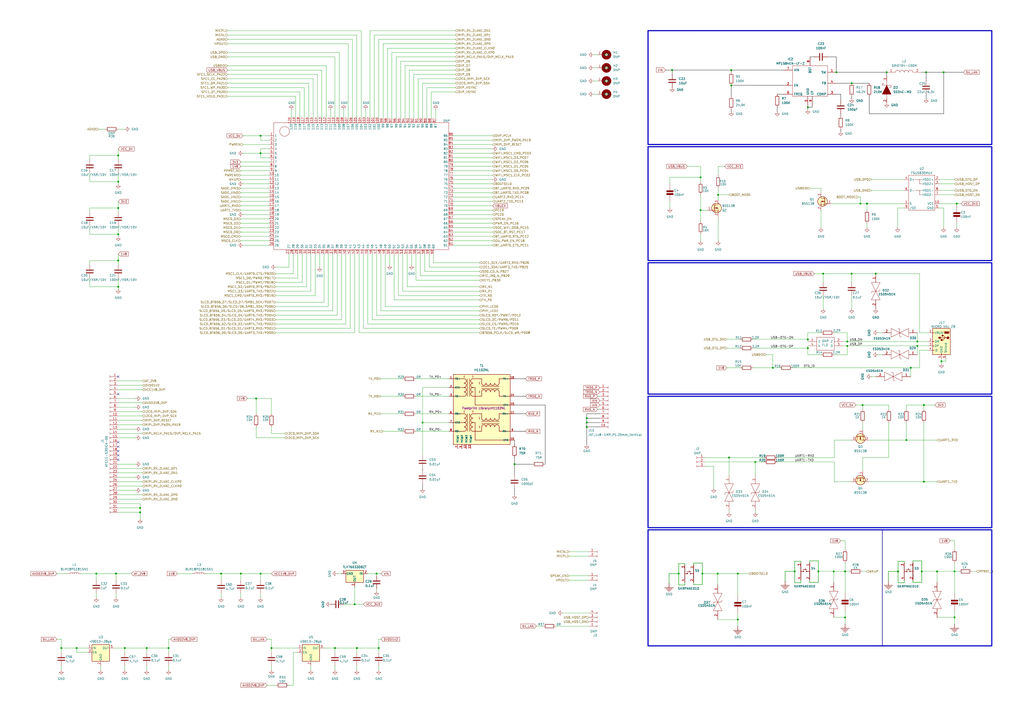
<source format=kicad_sch>
(kicad_sch (version 20250114) (generator "eeschema") (generator_version "9.0")
  (paper "A2")
  (arc (start -376.5539 -1276.2861) (mid -314.5415 -1419.3204) (end -175.7989 -1348.2229) (stroke (width 1)))
  (arc (start 138.4197 -3132.0754) (mid 240.0379 -3014.1901) (end 324.1461 -2883.2359) (stroke (width 1)))
  (arc (start -1523.5194 -3031.7156) (mid -820.7958 -3446.2276) (end -24.716 -3267.6285) (stroke (width 1)))
  (arc (start -376.5539 -1276.2861) (mid -524.4411 -1249.3895) (end -674.6074 -1242.7451) (stroke (width 1)))
  (circle (center 69.6352 -2780.9396) (radius 50.5195) (stroke (width 1)))
  (circle (center -1393.3402 -2737.9128) (radius 50.5195) (stroke (width 1)))
  (arc (start -814.2346 -1362.458) (mid -730.7508 -1432.7632) (end -662.622 -1347.4939) (stroke (width 0.2)))
  (rectangle (start 375.92 152.4) (end 575.31 228.6) (stroke (width 0.635)))
  (circle (center -979.9908 -3242.9562) (radius 88.9) (stroke (width 1)))
  (arc (start -1719.5445 -2637.018) (mid -1671.9672 -2777.0116) (end -1606.1838 -2909.429) (stroke (width 1)))
  (circle (center -1278.9096 -1595.8673) (radius 88.9) (stroke (width 1)))
  (circle (center -375.7555 -3205.6607) (radius 168.3241) (stroke (width 1)))
  (rectangle (start 375.92 85.09) (end 575.31 151.13) (stroke (width 0.635)))
  (arc (start -1426.3494 -2966.2422) (mid -1413.9108 -2860.3354) (end -1520.0425 -2849.9904) (stroke (width 1)))
  (circle (center -1020.1741 -1588.3999) (radius 50.5195) (stroke (width 1)))
  (rectangle (start 375.92 307.34) (end 575.31 374.65) (stroke (width 0.635)))
  (arc (start -1719.5445 -2637.018) (mid -1624.9455 -2513.2153) (end -1754.4776 -2426.627) (stroke (width 1)))
  (arc (start 386.2261 -2749.3065) (mid 380.523 -1938.3282) (end -175.7989 -1348.2229) (stroke (width 1)))
  (rectangle (start 375.92 17.78) (end 575.31 83.82) (stroke (width 0.635)))
  (arc (start 280.2875 -2700.4939) (mid 183.324 -2744.8681) (end 229.6042 -2840.9364) (stroke (width 1)))
  (rectangle (start 375.92 229.87) (end 575.31 306.07) (stroke (width 0.635)))
  (circle (center 115.143 -2005.3166) (radius 50.5195) (stroke (width 1)))
  (arc (start -822.7919 -1256.235) (mid -1515.7886 -1660.6061) (end -1754.4776 -2426.627) (stroke (width 1)))
  (circle (center 318.4252 -2171.6795) (radius 88.9) (stroke (width 1)))
  (arc (start 138.4197 -3132.0754) (mid -19.761 -3107.6498) (end -24.716 -3267.6285) (stroke (width 1)))
  (text "5V_REG" (at 388.874 23.622 0) (effects (font (size 3.81 3.81) (thickness 1.016) (bold yes))))
  (junction (at 245.11 245.11))
  (junction (at 468.63 201.93))
  (junction (at 68.58 120.65))
  (junction (at 340.36 247.65))
  (junction (at 499.11 118.11))
  (junction (at 547.37 41.91))
  (junction (at 534.67 331.47))
  (junction (at 525.78 255.27))
  (junction (at 97.79 375.92))
  (junction (at 537.21 41.91))
  (junction (at 490.22 358.14))
  (junction (at 468.63 196.85))
  (junction (at 494.03 158.75))
  (junction (at 81.28 297.18))
  (junction (at 532.13 200.66))
  (junction (at 461.01 331.47))
  (junction (at 340.36 245.11))
  (junction (at 424.18 49.53))
  (junction (at 427.99 359.41))
  (junction (at 151.13 78.74))
  (junction (at 438.15 267.97))
  (junction (at 520.954 331.47))
  (junction (at 553.72 358.14))
  (junction (at 491.49 200.66))
  (junction (at 218.44 332.74))
  (junction (at 406.4 102.87))
  (junction (at 490.22 331.47))
  (junction (at 416.56 113.03))
  (junction (at 535.94 279.4))
  (junction (at 67.31 332.74))
  (junction (at 546.1 209.55))
  (junction (at 553.72 331.47))
  (junction (at 68.58 90.17))
  (junction (at 151.13 332.74))
  (junction (at 68.58 135.89))
  (junction (at 207.01 375.92))
  (junction (at 68.58 105.41))
  (junction (at 35.56 375.92))
  (junction (at 194.31 375.92))
  (junction (at 340.36 242.57))
  (junction (at 422.91 265.43))
  (junction (at 393.7 332.74))
  (junction (at 494.03 48.26))
  (junction (at 407.416 332.74))
  (junction (at 68.58 166.37))
  (junction (at 72.39 375.92))
  (junction (at 502.92 118.11))
  (junction (at 543.56 331.47))
  (junction (at 532.13 198.12))
  (junction (at 55.88 332.74))
  (junction (at 535.94 234.95))
  (junction (at 514.35 41.91))
  (junction (at 485.14 41.91))
  (junction (at 151.13 88.9))
  (junction (at 81.28 294.64))
  (junction (at 500.38 234.95))
  (junction (at 44.45 375.92))
  (junction (at 128.27 332.74))
  (junction (at 528.32 213.36))
  (junction (at 139.7 332.74))
  (junction (at 416.306 332.74))
  (junction (at 508 158.75))
  (junction (at 85.09 375.92))
  (junction (at 68.58 151.13))
  (junction (at 406.4 121.92))
  (junction (at 148.59 231.14))
  (junction (at 219.71 375.92))
  (junction (at 554.99 118.11))
  (junction (at 474.726 331.47))
  (junction (at 477.52 158.75))
  (junction (at 389.89 40.64))
  (junction (at 468.63 62.23))
  (junction (at 483.616 331.47))
  (junction (at 424.18 40.64))
  (junction (at 205.74 350.52))
  (junction (at 427.99 332.74))
  (junction (at 491.49 198.12))
  (junction (at 448.31 213.36))
  (junction (at 298.45 269.24))
  (junction (at 157.48 375.92))
  (no_connect (at 68.58 266.7))
  (no_connect (at 68.58 264.16))
  (no_connect (at 68.58 261.62))
  (no_connect (at 68.58 228.6))
  (no_connect (at 68.58 256.54))
  (no_connect (at 68.58 218.44))
  (no_connect (at 68.58 259.08))
  (wire (pts (xy 165.1 254) (xy 148.59 254)))
  (wire (pts (xy 344.17 31.75) (xy 346.71 31.75)))
  (wire (pts (xy 243.84 160.02) (xy 243.84 147.32)))
  (wire (pts (xy 450.85 64.77) (xy 450.85 62.23)) (stroke (width 0.1778) (color 0 0 0 1)))
  (wire (pts (xy 160.02 182.88) (xy 195.58 182.88)))
  (wire (pts (xy 160.02 185.42) (xy 198.12 185.42)))
  (wire (pts (xy 483.616 331.47) (xy 490.22 331.47)))
  (wire (pts (xy 438.15 267.97) (xy 443.23 267.97)))
  (wire (pts (xy 414.02 283.21) (xy 414.02 270.51)))
  (wire (pts (xy 193.04 180.34) (xy 193.04 147.32)))
  (wire (pts (xy 262.89 127) (xy 285.75 127)))
  (wire (pts (xy 264.16 50.8) (xy 247.65 50.8)))
  (wire (pts (xy 68.58 297.18) (xy 81.28 297.18)))
  (wire (pts (xy 389.89 43.18) (xy 389.89 40.64)) (stroke (width 0.1778) (color 0 0 0 1)))
  (wire (pts (xy 546.1 208.28) (xy 546.1 209.55)))
  (wire (pts (xy 407.416 332.74) (xy 416.306 332.74)))
  (wire (pts (xy 262.89 101.6) (xy 285.75 101.6)))
  (wire (pts (xy 533.4 193.04) (xy 538.48 193.04)))
  (wire (pts (xy 388.62 106.68) (xy 388.62 102.87)))
  (wire (pts (xy 528.32 213.36) (xy 533.4 213.36)))
  (wire (pts (xy 537.21 46.99) (xy 537.21 41.91)) (stroke (width 0.1778) (color 0 0 0 1)))
  (wire (pts (xy 402.336 326.644) (xy 402.336 327.66)) (stroke (width 0.254)))
  (wire (pts (xy 262.89 91.44) (xy 285.75 91.44)))
  (wire (pts (xy 278.13 154.94) (xy 248.92 154.94)))
  (wire (pts (xy 102.87 332.74) (xy 111.76 332.74)))
  (wire (pts (xy 139.7 121.92) (xy 156.21 121.92)))
  (wire (pts (xy 97.79 375.92) (xy 97.79 378.46)))
  (wire (pts (xy 217.17 20.32) (xy 217.17 68.58)))
  (wire (pts (xy 151.13 346.71) (xy 151.13 344.17)))
  (wire (pts (xy 346.71 229.87) (xy 347.98 229.87)))
  (wire (pts (xy 264.16 45.72) (xy 242.57 45.72)))
  (wire (pts (xy 340.36 242.57) (xy 347.98 242.57)) (stroke (width 0.1778) (color 0 0 0 1)))
  (wire (pts (xy 529.59 337.82) (xy 529.59 336.55)) (stroke (width 0.254)))
  (wire (pts (xy 476.25 109.22) (xy 469.9 109.22)))
  (wire (pts (xy 502.92 118.11) (xy 502.92 121.92)))
  (wire (pts (xy 68.58 74.93) (xy 72.39 74.93)))
  (wire (pts (xy 393.7 332.74) (xy 393.7 339.344)) (stroke (width 0.254)))
  (wire (pts (xy 179.07 48.26) (xy 179.07 68.58)))
  (wire (pts (xy 264.16 53.34) (xy 250.19 53.34)))
  (wire (pts (xy 252.73 63.5) (xy 252.73 68.58)))
  (wire (pts (xy 264.16 20.32) (xy 217.17 20.32)))
  (wire (pts (xy 165.1 251.46) (xy 157.48 251.46)))
  (wire (pts (xy 78.74 236.22) (xy 68.58 236.22)))
  (wire (pts (xy 525.78 234.95) (xy 535.94 234.95)))
  (wire (pts (xy 483.87 193.04) (xy 491.49 193.04)))
  (wire (pts (xy 215.9 185.42) (xy 215.9 147.32)))
  (wire (pts (xy 264.16 40.64) (xy 237.49 40.64)))
  (wire (pts (xy 160.02 171.45) (xy 182.88 171.45)))
  (wire (pts (xy 160.02 190.5) (xy 203.2 190.5)))
  (wire (pts (xy 222.25 250.19) (xy 233.68 250.19)))
  (wire (pts (xy 471.17 62.23) (xy 468.63 62.23)) (stroke (width 0.1778) (color 0 0 0 1)))
  (wire (pts (xy 528.32 218.44) (xy 528.32 213.36)))
  (wire (pts (xy 262.89 104.14) (xy 285.75 104.14)))
  (wire (pts (xy 422.91 265.43) (xy 443.23 265.43)))
  (wire (pts (xy 262.89 121.92) (xy 285.75 121.92)))
  (wire (pts (xy 438.15 297.18) (xy 438.15 295.91)))
  (wire (pts (xy 132.08 22.86) (xy 204.47 22.86)))
  (wire (pts (xy 480.06 33.02) (xy 485.14 33.02)) (stroke (width 0.1778) (color 0 0 0 1)))
  (wire (pts (xy 488.95 198.12) (xy 491.49 198.12)))
  (wire (pts (xy 218.44 341.63) (xy 218.44 342.9)))
  (wire (pts (xy 421.64 196.85) (xy 429.26 196.85)))
  (wire (pts (xy 532.13 205.74) (xy 532.13 200.66)))
  (wire (pts (xy 207.01 375.92) (xy 207.01 378.46)))
  (wire (pts (xy 406.4 139.7) (xy 406.4 135.89)))
  (wire (pts (xy 450.85 267.97) (xy 483.87 267.97)))
  (wire (pts (xy 515.62 237.49) (xy 515.62 234.95)))
  (wire (pts (xy 406.4 113.03) (xy 406.4 121.92)))
  (wire (pts (xy 196.85 30.48) (xy 196.85 68.58)))
  (wire (pts (xy 408.94 265.43) (xy 422.91 265.43)))
  (wire (pts (xy 397.256 326.898) (xy 397.256 327.66)) (stroke (width 0.254)))
  (wire (pts (xy 82.55 246.38) (xy 68.58 246.38)))
  (wire (pts (xy 151.13 81.28) (xy 156.21 81.28)))
  (wire (pts (xy 485.14 48.26) (xy 494.03 48.26)) (stroke (width 0.1778) (color 0 0 0 1)))
  (wire (pts (xy 543.56 337.82) (xy 543.56 331.47)))
  (wire (pts (xy 416.56 113.03) (xy 416.56 115.57)))
  (wire (pts (xy 195.58 332.74) (xy 198.12 332.74)))
  (wire (pts (xy 160.02 177.8) (xy 190.5 177.8)))
  (wire (pts (xy 176.53 50.8) (xy 176.53 68.58)))
  (wire (pts (xy 278.13 187.96) (xy 213.36 187.96)))
  (wire (pts (xy 474.726 325.374) (xy 469.646 325.374)) (stroke (width 0.254)))
  (wire (pts (xy 427.99 332.74) (xy 434.34 332.74)))
  (wire (pts (xy 482.6 118.11) (xy 499.11 118.11)))
  (wire (pts (xy 496.57 234.95) (xy 500.38 234.95)))
  (wire (pts (xy 190.5 177.8) (xy 190.5 147.32)))
  (wire (pts (xy 68.58 238.76) (xy 82.55 238.76)))
  (wire (pts (xy 52.07 105.41) (xy 68.58 105.41)))
  (wire (pts (xy 139.7 99.06) (xy 156.21 99.06)))
  (wire (pts (xy 262.89 129.54) (xy 285.75 129.54)))
  (wire (pts (xy 97.79 370.84) (xy 97.79 375.92)))
  (wire (pts (xy 547.37 120.65) (xy 544.83 120.65)))
  (wire (pts (xy 151.13 86.36) (xy 151.13 88.9)))
  (wire (pts (xy 505.46 104.14) (xy 524.51 104.14)))
  (wire (pts (xy 264.16 38.1) (xy 234.95 38.1)))
  (wire (pts (xy 487.68 313.69) (xy 490.22 313.69)))
  (wire (pts (xy 398.78 96.52) (xy 406.4 96.52)))
  (wire (pts (xy 532.13 193.04) (xy 532.13 198.12)))
  (wire (pts (xy 128.27 332.74) (xy 119.38 332.74)))
  (wire (pts (xy 184.15 43.18) (xy 184.15 68.58)))
  (wire (pts (xy 344.17 54.61) (xy 346.71 54.61)))
  (wire (pts (xy 262.89 111.76) (xy 285.75 111.76)))
  (wire (pts (xy 33.02 332.74) (xy 39.37 332.74)))
  (wire (pts (xy 199.39 350.52) (xy 205.74 350.52)))
  (wire (pts (xy 68.58 276.86) (xy 78.74 276.86)))
  (wire (pts (xy 241.3 240.03) (xy 260.35 240.03)))
  (wire (pts (xy 420.37 96.52) (xy 416.56 96.52)))
  (wire (pts (xy 468.63 193.04) (xy 476.25 193.04)))
  (wire (pts (xy 304.8 229.87) (xy 298.45 229.87)) (stroke (width 0.1778) (color 0 0 0 1)))
  (wire (pts (xy 72.39 375.92) (xy 66.04 375.92)))
  (wire (pts (xy 139.7 134.62) (xy 156.21 134.62)))
  (wire (pts (xy 534.67 41.91) (xy 537.21 41.91)) (stroke (width 0.1778) (color 0 0 0 1)))
  (wire (pts (xy 461.01 325.628) (xy 464.566 325.628)) (stroke (width 0.254)))
  (wire (pts (xy 139.7 346.71) (xy 139.7 344.17)))
  (wire (pts (xy 448.31 205.74) (xy 448.31 213.36)))
  (wire (pts (xy 248.92 154.94) (xy 248.92 147.32)))
  (wire (pts (xy 455.422 331.47) (xy 461.01 331.47)) (stroke (width 0.254)))
  (wire (pts (xy 468.63 196.85) (xy 468.63 198.12)))
  (wire (pts (xy 170.18 397.51) (xy 170.18 378.46)))
  (wire (pts (xy 407.416 339.09) (xy 402.336 339.09)) (stroke (width 0.254)))
  (wire (pts (xy 461.01 338.074) (xy 464.566 338.074)) (stroke (width 0.254)))
  (wire (pts (xy 81.28 294.64) (xy 81.28 297.18)))
  (wire (pts (xy 172.72 378.46) (xy 170.18 378.46)))
  (wire (pts (xy 160.02 180.34) (xy 193.04 180.34)))
  (wire (pts (xy 468.63 201.93) (xy 468.63 200.66)))
  (wire (pts (xy 148.59 231.14) (xy 148.59 240.03)))
  (wire (pts (xy 175.26 163.83) (xy 175.26 147.32)))
  (wire (pts (xy 532.13 200.66) (xy 538.48 200.66)))
  (wire (pts (xy 278.13 157.48) (xy 246.38 157.48)))
  (wire (pts (xy 264.16 48.26) (xy 245.11 48.26)))
  (wire (pts (xy 464.566 338.074) (xy 464.566 336.55)) (stroke (width 0.254)))
  (wire (pts (xy 82.55 220.98) (xy 68.58 220.98)))
  (wire (pts (xy 330.2 322.58) (xy 341.63 322.58)))
  (wire (pts (xy 304.8 240.03) (xy 298.45 240.03)) (stroke (width 0.1778) (color 0 0 0 1)))
  (wire (pts (xy 68.58 294.64) (xy 81.28 294.64)))
  (wire (pts (xy 393.7 332.74) (xy 393.7 326.898)) (stroke (width 0.254)))
  (wire (pts (xy 262.89 137.16) (xy 285.75 137.16)))
  (wire (pts (xy 151.13 332.74) (xy 151.13 336.55)))
  (wire (pts (xy 553.72 358.14) (xy 553.72 354.33)))
  (wire (pts (xy 461.01 331.47) (xy 461.01 338.074)) (stroke (width 0.254)))
  (wire (pts (xy 262.89 114.3) (xy 285.75 114.3)))
  (wire (pts (xy 421.64 201.93) (xy 429.26 201.93)))
  (wire (pts (xy 68.58 161.29) (xy 68.58 166.37)))
  (wire (pts (xy 223.52 177.8) (xy 223.52 147.32)))
  (wire (pts (xy 262.89 124.46) (xy 285.75 124.46)))
  (wire (pts (xy 78.74 231.14) (xy 68.58 231.14)))
  (wire (pts (xy 139.7 111.76) (xy 156.21 111.76)))
  (wire (pts (xy 474.726 337.82) (xy 469.646 337.82)) (stroke (width 0.254)))
  (wire (pts (xy 55.88 332.74) (xy 67.31 332.74)))
  (wire (pts (xy 535.94 234.95) (xy 535.94 237.49)))
  (wire (pts (xy 132.08 25.4) (xy 201.93 25.4)))
  (wire (pts (xy 461.01 331.47) (xy 461.01 325.628)) (stroke (width 0.254)))
  (wire (pts (xy 553.72 331.47) (xy 553.72 344.17)))
  (wire (pts (xy 251.46 152.4) (xy 251.46 147.32)))
  (wire (pts (xy 264.16 33.02) (xy 229.87 33.02)))
  (wire (pts (xy 416.56 109.22) (xy 416.56 113.03)))
  (wire (pts (xy 262.89 81.28) (xy 285.75 81.28)))
  (wire (pts (xy 436.88 196.85) (xy 468.63 196.85)))
  (wire (pts (xy 139.7 137.16) (xy 156.21 137.16)))
  (wire (pts (xy 160.02 161.29) (xy 172.72 161.29)))
  (wire (pts (xy 167.64 397.51) (xy 170.18 397.51)))
  (wire (pts (xy 35.56 375.92) (xy 44.45 375.92)))
  (wire (pts (xy 224.79 27.94) (xy 224.79 68.58)))
  (wire (pts (xy 393.7 326.898) (xy 397.256 326.898)) (stroke (width 0.254)))
  (wire (pts (xy 388.62 102.87) (xy 406.4 102.87)))
  (wire (pts (xy 483.616 358.14) (xy 490.22 358.14)))
  (wire (pts (xy 262.89 132.08) (xy 285.75 132.08)))
  (wire (pts (xy 132.08 40.64) (xy 186.69 40.64)))
  (wire (pts (xy 386.08 40.64) (xy 389.89 40.64)) (stroke (width 0.1778) (color 0 0 0 1)))
  (wire (pts (xy 237.49 40.64) (xy 237.49 68.58)))
  (wire (pts (xy 494.03 179.07) (xy 494.03 171.45)))
  (wire (pts (xy 438.15 267.97) (xy 438.15 275.59)))
  (wire (pts (xy 151.13 78.74) (xy 156.21 78.74)))
  (wire (pts (xy 148.59 254) (xy 148.59 247.65)))
  (wire (pts (xy 388.62 120.65) (xy 388.62 116.84)))
  (wire (pts (xy 128.27 332.74) (xy 139.7 332.74)))
  (wire (pts (xy 219.71 370.84) (xy 220.98 370.84)))
  (wire (pts (xy 245.11 245.11) (xy 245.11 224.79)))
  (wire (pts (xy 322.58 363.22) (xy 341.63 363.22)))
  (wire (pts (xy 68.58 166.37) (xy 68.58 167.64)))
  (wire (pts (xy 140.97 106.68) (xy 156.21 106.68)))
  (wire (pts (xy 504.19 255.27) (xy 525.78 255.27)))
  (wire (pts (xy 132.08 20.32) (xy 207.01 20.32)))
  (wire (pts (xy 416.306 359.41) (xy 427.99 359.41)))
  (wire (pts (xy 232.41 35.56) (xy 232.41 68.58)))
  (wire (pts (xy 220.98 219.71) (xy 233.68 219.71)))
  (wire (pts (xy 139.7 332.74) (xy 139.7 336.55)))
  (wire (pts (xy 219.71 22.86) (xy 219.71 68.58)))
  (wire (pts (xy 468.63 62.23) (xy 468.63 60.96)) (stroke (width 0.1778) (color 0 0 0 1)))
  (wire (pts (xy 502.92 132.08) (xy 502.92 129.54)))
  (wire (pts (xy 407.416 326.644) (xy 407.416 332.74)) (stroke (width 0.254)))
  (wire (pts (xy 207.01 375.92) (xy 219.71 375.92)))
  (wire (pts (xy 68.58 287.02) (xy 82.55 287.02)))
  (wire (pts (xy 82.55 274.32) (xy 68.58 274.32)))
  (wire (pts (xy 194.31 375.92) (xy 207.01 375.92)))
  (wire (pts (xy 416.56 139.7) (xy 416.56 125.73)))
  (wire (pts (xy 487.68 54.61) (xy 487.68 58.42)) (stroke (width 0.1778) (color 0 0 0 1)))
  (wire (pts (xy 148.59 231.14) (xy 157.48 231.14)))
  (wire (pts (xy 241.3 162.56) (xy 241.3 147.32)))
  (wire (pts (xy 485.14 41.91) (xy 514.35 41.91)) (stroke (width 0.1778) (color 0 0 0 1)))
  (wire (pts (xy 544.83 118.11) (xy 554.99 118.11)))
  (wire (pts (xy 499.11 118.11) (xy 502.92 118.11)))
  (wire (pts (xy 52.07 151.13) (xy 52.07 153.67)))
  (wire (pts (xy 554.99 132.08) (xy 554.99 129.54)))
  (wire (pts (xy 82.55 233.68) (xy 68.58 233.68)))
  (wire (pts (xy 151.13 78.74) (xy 151.13 81.28)))
  (wire (pts (xy 278.13 180.34) (xy 220.98 180.34)))
  (wire (pts (xy 424.18 49.53) (xy 454.66 49.53)) (stroke (width 0.1778) (color 0 0 0 1)))
  (wire (pts (xy 229.87 33.02) (xy 229.87 68.58)))
  (wire (pts (xy 264.16 17.78) (xy 214.63 17.78)))
  (wire (pts (xy 344.17 39.37) (xy 346.71 39.37)))
  (wire (pts (xy 68.58 251.46) (xy 82.55 251.46)))
  (wire (pts (xy 140.97 83.82) (xy 156.21 83.82)))
  (wire (pts (xy 262.89 119.38) (xy 285.75 119.38)))
  (wire (pts (xy 234.95 38.1) (xy 234.95 68.58)))
  (wire (pts (xy 554.99 118.11) (xy 557.53 118.11)))
  (wire (pts (xy 487.68 67.31) (xy 487.68 66.04)) (stroke (width 0.1778) (color 0 0 0 1)))
  (wire (pts (xy 436.88 201.93) (xy 468.63 201.93)))
  (wire (pts (xy 547.37 66.04) (xy 547.37 41.91)) (stroke (width 0.1778) (color 0 0 0 1)))
  (wire (pts (xy 68.58 151.13) (xy 68.58 153.67)))
  (wire (pts (xy 241.3 250.19) (xy 260.35 250.19)))
  (wire (pts (xy 543.56 358.14) (xy 553.72 358.14)))
  (wire (pts (xy 157.48 231.14) (xy 157.48 240.03)))
  (wire (pts (xy 505.46 218.44) (xy 508 218.44)))
  (wire (pts (xy 491.49 198.12) (xy 532.13 198.12)))
  (wire (pts (xy 490.22 331.47) (xy 490.22 344.17)))
  (wire (pts (xy 139.7 101.6) (xy 156.21 101.6)))
  (wire (pts (xy 72.39 375.92) (xy 85.09 375.92)))
  (wire (pts (xy 520.954 331.47) (xy 520.954 325.628)) (stroke (width 0.254)))
  (wire (pts (xy 180.34 388.62) (xy 180.34 386.08)))
  (wire (pts (xy 156.21 91.44) (xy 151.13 91.44)))
  (wire (pts (xy 414.02 270.51) (xy 408.94 270.51)))
  (wire (pts (xy 494.03 57.15) (xy 494.03 55.88)) (stroke (width 0.1778) (color 0 0 0 1)))
  (wire (pts (xy 316.23 234.95) (xy 316.23 269.24)) (stroke (width 0.1778) (color 0 0 0 1)))
  (wire (pts (xy 213.36 332.74) (xy 218.44 332.74)))
  (polyline (pts (xy -814.1392 -1363.6427) (xy -822.7919 -1256.235)) (stroke (width 0.2)))
  (wire (pts (xy 535.94 279.4) (xy 543.56 279.4)))
  (wire (pts (xy 68.58 279.4) (xy 82.55 279.4)))
  (wire (pts (xy 278.13 152.4) (xy 251.46 152.4)))
  (wire (pts (xy 304.8 219.71) (xy 298.45 219.71)) (stroke (width 0.1778) (color 0 0 0 1)))
  (wire (pts (xy 476.25 132.08) (xy 476.25 121.92)))
  (wire (pts (xy 55.88 346.71) (xy 55.88 344.17)))
  (wire (pts (xy 68.58 86.36) (xy 68.58 90.17)))
  (wire (pts (xy 504.19 55.88) (xy 504.19 66.04)) (stroke (width 0.1778) (color 0 0 0 1)))
  (wire (pts (xy 500.38 234.95) (xy 515.62 234.95)))
  (wire (pts (xy 242.57 45.72) (xy 242.57 68.58)))
  (wire (pts (xy 469.646 325.374) (xy 469.646 326.39)) (stroke (width 0.254)))
  (wire (pts (xy 424.18 41.91) (xy 424.18 40.64)) (stroke (width 0.1778) (color 0 0 0 1)))
  (wire (pts (xy 535.94 245.11) (xy 535.94 279.4)))
  (wire (pts (xy 471.17 60.96) (xy 471.17 62.23)) (stroke (width 0.1778) (color 0 0 0 1)))
  (wire (pts (xy 68.58 90.17) (xy 68.58 92.71)))
  (wire (pts (xy 78.74 254) (xy 68.58 254)))
  (wire (pts (xy 483.87 255.27) (xy 494.03 255.27)))
  (wire (pts (xy 227.33 30.48) (xy 227.33 68.58)))
  (wire (pts (xy 515.62 245.11) (xy 515.62 265.43)))
  (wire (pts (xy 304.8 250.19) (xy 298.45 250.19)) (stroke (width 0.1778) (color 0 0 0 1)))
  (wire (pts (xy 245.11 264.16) (xy 245.11 245.11)))
  (wire (pts (xy 504.19 279.4) (xy 535.94 279.4)))
  (wire (pts (xy 228.6 173.99) (xy 228.6 147.32)))
  (wire (pts (xy 278.13 185.42) (xy 215.9 185.42)))
  (wire (pts (xy 177.8 166.37) (xy 160.02 166.37)))
  (wire (pts (xy 52.07 120.65) (xy 52.07 123.19)))
  (wire (pts (xy 344.17 46.99) (xy 346.71 46.99)))
  (wire (pts (xy 160.02 175.26) (xy 187.96 175.26)))
  (wire (pts (xy 402.336 339.09) (xy 402.336 337.82)) (stroke (width 0.254)))
  (wire (pts (xy 160.02 158.75) (xy 170.18 158.75)))
  (wire (pts (xy 422.91 265.43) (xy 422.91 275.59)))
  (wire (pts (xy 278.13 171.45) (xy 231.14 171.45)))
  (wire (pts (xy 330.2 336.55) (xy 341.63 336.55)))
  (wire (pts (xy 68.58 243.84) (xy 82.55 243.84)))
  (wire (pts (xy 52.07 130.81) (xy 52.07 135.89)))
  (wire (pts (xy 494.03 158.75) (xy 494.03 163.83)))
  (wire (pts (xy 520.7 120.65) (xy 524.51 120.65)))
  (wire (pts (xy 182.88 171.45) (xy 182.88 147.32)))
  (wire (pts (xy 490.22 358.14) (xy 490.22 354.33)))
  (wire (pts (xy 226.06 147.32) (xy 226.06 153.67)))
  (wire (pts (xy 199.39 63.5) (xy 199.39 68.58)))
  (wire (pts (xy 500.38 234.95) (xy 500.38 237.49)))
  (wire (pts (xy 68.58 105.41) (xy 68.58 106.68)))
  (wire (pts (xy 35.56 375.92) (xy 35.56 378.46)))
  (wire (pts (xy 67.31 346.71) (xy 67.31 344.17)))
  (wire (pts (xy 424.18 49.53) (xy 424.18 55.88)) (stroke (width 0.1778) (color 0 0 0 1)))
  (wire (pts (xy 35.56 388.62) (xy 35.56 386.08)))
  (wire (pts (xy 247.65 50.8) (xy 247.65 68.58)))
  (wire (pts (xy 205.74 193.04) (xy 205.74 147.32)))
  (wire (pts (xy 553.72 110.49) (xy 544.83 110.49)))
  (wire (pts (xy 537.21 41.91) (xy 547.37 41.91)) (stroke (width 0.1778) (color 0 0 0 1)))
  (wire (pts (xy 139.7 116.84) (xy 156.21 116.84)))
  (wire (pts (xy 68.58 120.65) (xy 52.07 120.65)))
  (wire (pts (xy 474.726 331.47) (xy 474.726 337.82)) (stroke (width 0.254)))
  (wire (pts (xy 388.112 332.74) (xy 393.7 332.74)) (stroke (width 0.254)))
  (wire (pts (xy 68.58 130.81) (xy 68.58 135.89)))
  (wire (pts (xy 194.31 33.02) (xy 194.31 68.58)))
  (wire (pts (xy 476.25 111.76) (xy 476.25 109.22)))
  (wire (pts (xy 194.31 388.62) (xy 194.31 386.08)))
  (wire (pts (xy 220.98 180.34) (xy 220.98 147.32)))
  (wire (pts (xy 68.58 116.84) (xy 68.58 120.65)))
  (wire (pts (xy 340.36 245.11) (xy 340.36 247.65)) (stroke (width 0.1778) (color 0 0 0 1)))
  (wire (pts (xy 157.48 375.92) (xy 157.48 378.46)))
  (wire (pts (xy 393.7 339.344) (xy 397.256 339.344)) (stroke (width 0.254)))
  (polyline (pts (xy -1520.0425 -2849.9904) (xy -1606.1838 -2909.429)) (stroke (width 0.2)))
  (wire (pts (xy 154.94 370.84) (xy 157.48 370.84)))
  (wire (pts (xy 85.09 388.62) (xy 85.09 386.08)))
  (wire (pts (xy 264.16 22.86) (xy 219.71 22.86)))
  (wire (pts (xy 525.78 245.11) (xy 525.78 255.27)))
  (wire (pts (xy 469.9 33.02) (xy 472.44 33.02)) (stroke (width 0.1778) (color 0 0 0 1)))
  (wire (pts (xy 241.3 219.71) (xy 260.35 219.71)))
  (wire (pts (xy 55.88 332.74) (xy 46.99 332.74)))
  (wire (pts (xy 245.11 245.11) (xy 260.35 245.11)))
  (wire (pts (xy 203.2 190.5) (xy 203.2 147.32)))
  (wire (pts (xy 171.45 55.88) (xy 171.45 68.58)))
  (wire (pts (xy 502.92 118.11) (xy 524.51 118.11)))
  (wire (pts (xy 407.416 332.74) (xy 407.416 339.09)) (stroke (width 0.254)))
  (wire (pts (xy 139.7 139.7) (xy 156.21 139.7)))
  (wire (pts (xy 424.18 64.77) (xy 424.18 63.5)) (stroke (width 0.1778) (color 0 0 0 1)))
  (wire (pts (xy 407.416 326.644) (xy 402.336 326.644)) (stroke (width 0.254)))
  (wire (pts (xy 156.21 86.36) (xy 151.13 86.36)))
  (wire (pts (xy 97.79 388.62) (xy 97.79 386.08)))
  (wire (pts (xy 85.09 375.92) (xy 85.09 378.46)))
  (wire (pts (xy 533.4 203.2) (xy 538.48 203.2)))
  (wire (pts (xy 160.02 187.96) (xy 200.66 187.96)))
  (wire (pts (xy 490.22 361.95) (xy 490.22 358.14)))
  (wire (pts (xy 340.36 242.57) (xy 340.36 245.11)) (stroke (width 0.1778) (color 0 0 0 1)))
  (wire (pts (xy 264.16 27.94) (xy 224.79 27.94)))
  (wire (pts (xy 416.56 113.03) (xy 422.91 113.03)))
  (wire (pts (xy 490.22 326.39) (xy 490.22 331.47)))
  (wire (pts (xy 52.07 135.89) (xy 68.58 135.89)))
  (wire (pts (xy 180.34 168.91) (xy 180.34 147.32)))
  (wire (pts (xy 515.366 331.47) (xy 520.954 331.47)) (stroke (width 0.254)))
  (wire (pts (xy 477.52 171.45) (xy 477.52 179.07)))
  (wire (pts (xy 474.726 325.374) (xy 474.726 331.47)) (stroke (width 0.254)))
  (wire (pts (xy 340.36 247.65) (xy 347.98 247.65)) (stroke (width 0.1778) (color 0 0 0 1)))
  (wire (pts (xy 278.13 166.37) (xy 236.22 166.37)))
  (wire (pts (xy 52.07 90.17) (xy 52.07 92.71)))
  (wire (pts (xy 472.44 158.75) (xy 477.52 158.75)))
  (wire (pts (xy 278.13 182.88) (xy 218.44 182.88)))
  (wire (pts (xy 262.89 99.06) (xy 285.75 99.06)))
  (wire (pts (xy 82.55 271.78) (xy 68.58 271.78)))
  (wire (pts (xy 72.39 388.62) (xy 72.39 386.08)))
  (wire (pts (xy 151.13 332.74) (xy 157.48 332.74)))
  (wire (pts (xy 160.02 163.83) (xy 175.26 163.83)))
  (wire (pts (xy 245.11 224.79) (xy 260.35 224.79)))
  (wire (pts (xy 459.74 213.36) (xy 528.32 213.36)))
  (wire (pts (xy 491.49 200.66) (xy 532.13 200.66)))
  (wire (pts (xy 52.07 161.29) (xy 52.07 166.37)))
  (wire (pts (xy 68.58 147.32) (xy 68.58 151.13)))
  (wire (pts (xy 262.89 139.7) (xy 285.75 139.7)))
  (wire (pts (xy 200.66 187.96) (xy 200.66 147.32)))
  (wire (pts (xy 494.03 158.75) (xy 508 158.75)))
  (wire (pts (xy 532.13 198.12) (xy 538.48 198.12)))
  (wire (pts (xy 205.74 340.36) (xy 205.74 350.52)))
  (wire (pts (xy 340.36 247.65) (xy 340.36 257.81)) (stroke (width 0.1778) (color 0 0 0 1)))
  (polyline (pts (xy -1426.3494 -2966.2422) (xy -1523.5194 -3031.7156)) (stroke (width 1)))
  (wire (pts (xy 68.58 292.1) (xy 81.28 292.1)))
  (wire (pts (xy 406.4 96.52) (xy 406.4 102.87)))
  (wire (pts (xy 499.11 114.3) (xy 499.11 118.11)))
  (wire (pts (xy 534.67 337.82) (xy 529.59 337.82)) (stroke (width 0.254)))
  (wire (pts (xy 553.72 106.68) (xy 544.83 106.68)))
  (wire (pts (xy 132.08 45.72) (xy 181.61 45.72)))
  (wire (pts (xy 82.55 223.52) (xy 68.58 223.52)))
  (wire (pts (xy 406.4 102.87) (xy 406.4 105.41)))
  (wire (pts (xy 240.03 43.18) (xy 240.03 68.58)))
  (wire (pts (xy 262.89 96.52) (xy 285.75 96.52)))
  (wire (pts (xy 566.42 331.47) (xy 563.88 331.47)))
  (wire (pts (xy 483.87 279.4) (xy 483.87 267.97)))
  (wire (pts (xy 546.1 209.55) (xy 548.64 209.55)))
  (wire (pts (xy 278.13 177.8) (xy 223.52 177.8)))
  (wire (pts (xy 78.74 248.92) (xy 68.58 248.92)))
  (wire (pts (xy 485.14 33.02) (xy 485.14 41.91)) (stroke (width 0.1778) (color 0 0 0 1)))
  (wire (pts (xy 218.44 334.01) (xy 218.44 332.74)))
  (wire (pts (xy 468.63 196.85) (xy 468.63 193.04)))
  (wire (pts (xy 298.45 283.21) (xy 298.45 287.02)) (stroke (width 0.1778) (color 0 0 0 1)))
  (wire (pts (xy 416.306 339.09) (xy 416.306 332.74)))
  (wire (pts (xy 491.49 205.74) (xy 491.49 200.66)))
  (wire (pts (xy 397.256 339.344) (xy 397.256 337.82)) (stroke (width 0.254)))
  (wire (pts (xy 491.49 193.04) (xy 491.49 198.12)))
  (wire (pts (xy 194.31 378.46) (xy 194.31 375.92)))
  (wire (pts (xy 68.58 100.33) (xy 68.58 105.41)))
  (wire (pts (xy 525.78 255.27) (xy 543.56 255.27)))
  (wire (pts (xy 262.89 142.24) (xy 285.75 142.24)))
  (wire (pts (xy 278.13 160.02) (xy 243.84 160.02)))
  (wire (pts (xy 231.14 171.45) (xy 231.14 147.32)))
  (wire (pts (xy 185.42 154.94) (xy 185.42 147.32)))
  (wire (pts (xy 422.91 297.18) (xy 422.91 295.91)))
  (wire (pts (xy 326.39 355.6) (xy 341.63 355.6)))
  (wire (pts (xy 262.89 106.68) (xy 285.75 106.68)))
  (wire (pts (xy 210.82 350.52) (xy 205.74 350.52)))
  (wire (pts (xy 44.45 375.92) (xy 50.8 375.92)))
  (wire (pts (xy 140.97 142.24) (xy 156.21 142.24)))
  (wire (pts (xy 264.16 25.4) (xy 222.25 25.4)))
  (wire (pts (xy 262.89 109.22) (xy 285.75 109.22)))
  (wire (pts (xy 515.62 265.43) (xy 500.38 265.43)))
  (wire (pts (xy 264.16 43.18) (xy 240.03 43.18)))
  (wire (pts (xy 520.954 331.47) (xy 520.954 338.074)) (stroke (width 0.254)))
  (wire (pts (xy 140.97 78.74) (xy 151.13 78.74)))
  (wire (pts (xy 340.36 240.03) (xy 347.98 240.03)) (stroke (width 0.1778) (color 0 0 0 1)))
  (wire (pts (xy 132.08 17.78) (xy 209.55 17.78)))
  (wire (pts (xy 534.67 331.47) (xy 534.67 337.82)) (stroke (width 0.254)))
  (wire (pts (xy 534.67 325.374) (xy 534.67 331.47)) (stroke (width 0.254)))
  (wire (pts (xy 278.13 168.91) (xy 233.68 168.91)))
  (wire (pts (xy 68.58 90.17) (xy 52.07 90.17)))
  (wire (pts (xy 213.36 187.96) (xy 213.36 147.32)))
  (wire (pts (xy 546.1 209.55) (xy 546.1 210.82)))
  (wire (pts (xy 554.99 119.38) (xy 554.99 118.11)))
  (wire (pts (xy 416.306 332.74) (xy 427.99 332.74)))
  (wire (pts (xy 468.63 205.74) (xy 468.63 201.93)))
  (polyline (pts (xy 280.2875 -2700.4939) (xy 386.7043 -2749.5268)) (stroke (width 1)))
  (wire (pts (xy 172.72 161.29) (xy 172.72 147.32)))
  (wire (pts (xy 233.68 168.91) (xy 233.68 147.32)))
  (wire (pts (xy 464.566 325.628) (xy 464.566 326.39)) (stroke (width 0.254)))
  (wire (pts (xy 168.91 63.5) (xy 168.91 68.58)))
  (wire (pts (xy 208.28 147.32) (xy 208.28 193.04)))
  (wire (pts (xy 389.89 40.64) (xy 424.18 40.64)) (stroke (width 0.1778) (color 0 0 0 1)))
  (wire (pts (xy 508 158.75) (xy 533.4 158.75)))
  (wire (pts (xy 151.13 88.9) (xy 156.21 88.9)))
  (wire (pts (xy 219.71 375.92) (xy 219.71 378.46)))
  (wire (pts (xy 468.63 63.5) (xy 468.63 62.23)) (stroke (width 0.1778) (color 0 0 0 1)))
  (wire (pts (xy 485.14 54.61) (xy 487.68 54.61)) (stroke (width 0.1778) (color 0 0 0 1)))
  (wire (pts (xy 490.22 331.47) (xy 492.506 331.47)))
  (wire (pts (xy 278.13 173.99) (xy 228.6 173.99)))
  (wire (pts (xy 477.52 158.75) (xy 494.03 158.75)))
  (wire (pts (xy 533.4 213.36) (xy 533.4 203.2)))
  (wire (pts (xy 520.954 338.074) (xy 524.51 338.074)) (stroke (width 0.254)))
  (wire (pts (xy 534.67 331.47) (xy 543.56 331.47)))
  (wire (pts (xy 278.13 162.56) (xy 241.3 162.56)))
  (wire (pts (xy 140.97 88.9) (xy 151.13 88.9)))
  (wire (pts (xy 52.07 166.37) (xy 68.58 166.37)))
  (wire (pts (xy 128.27 336.55) (xy 128.27 332.74)))
  (wire (pts (xy 494.03 48.26) (xy 504.19 48.26)) (stroke (width 0.1778) (color 0 0 0 1)))
  (wire (pts (xy 52.07 100.33) (xy 52.07 105.41)))
  (wire (pts (xy 469.646 337.82) (xy 469.646 336.55)) (stroke (width 0.254)))
  (wire (pts (xy 210.82 190.5) (xy 210.82 147.32)))
  (wire (pts (xy 553.72 331.47) (xy 556.26 331.47)))
  (wire (pts (xy 262.89 88.9) (xy 285.75 88.9)))
  (wire (pts (xy 218.44 182.88) (xy 218.44 147.32)))
  (wire (pts (xy 198.12 185.42) (xy 198.12 147.32)))
  (wire (pts (xy 195.58 182.88) (xy 195.58 147.32)))
  (wire (pts (xy 330.2 320.04) (xy 341.63 320.04)))
  (wire (pts (xy 474.726 331.47) (xy 483.616 331.47)))
  (wire (pts (xy 551.18 313.69) (xy 553.72 313.69)))
  (wire (pts (xy 500.38 265.43) (xy 500.38 273.05)))
  (wire (pts (xy 212.09 63.5) (xy 212.09 68.58)))
  (wire (pts (xy 139.7 104.14) (xy 156.21 104.14)))
  (wire (pts (xy 264.16 30.48) (xy 227.33 30.48)))
  (wire (pts (xy 524.51 325.628) (xy 524.51 326.39)) (stroke (width 0.254)))
  (wire (pts (xy 139.7 96.52) (xy 156.21 96.52)))
  (wire (pts (xy 191.77 63.5) (xy 191.77 68.58)))
  (wire (pts (xy 68.58 151.13) (xy 52.07 151.13)))
  (wire (pts (xy 245.11 273.05) (xy 245.11 271.78)) (stroke (width 0.1778) (color 0 0 0 1)))
  (wire (pts (xy 455.422 337.058) (xy 455.422 331.47)) (stroke (width 0.254)))
  (wire (pts (xy 68.58 289.56) (xy 82.55 289.56)))
  (polyline (pts (xy -738.3682 -1355.5669) (xy -738.2353 -1356.9317)) (stroke (width 0.2)))
  (wire (pts (xy 246.38 157.48) (xy 246.38 147.32)))
  (wire (pts (xy 219.71 388.62) (xy 219.71 386.08)))
  (wire (pts (xy 139.7 127) (xy 156.21 127)))
  (wire (pts (xy 160.02 154.94) (xy 167.64 154.94)))
  (wire (pts (xy 55.88 336.55) (xy 55.88 332.74)))
  (wire (pts (xy 132.08 33.02) (xy 194.31 33.02)))
  (wire (pts (xy 262.89 116.84) (xy 285.75 116.84)))
  (wire (pts (xy 139.7 109.22) (xy 156.21 109.22)))
  (wire (pts (xy 167.64 154.94) (xy 167.64 147.32)))
  (wire (pts (xy 500.38 245.11) (xy 500.38 248.92)))
  (wire (pts (xy 548.64 208.28) (xy 548.64 209.55)))
  (wire (pts (xy 78.74 269.24) (xy 68.58 269.24)))
  (wire (pts (xy 132.08 30.48) (xy 196.85 30.48)))
  (wire (pts (xy 132.08 50.8) (xy 176.53 50.8)))
  (polyline (pts (xy 229.6042 -2840.9364) (xy 325.1362 -2883.6789)) (stroke (width 0.2)))
  (wire (pts (xy 82.55 241.3) (xy 68.58 241.3)))
  (wire (pts (xy 201.93 25.4) (xy 201.93 68.58)))
  (wire (pts (xy 476.25 205.74) (xy 468.63 205.74)))
  (wire (pts (xy 219.71 370.84) (xy 219.71 375.92)))
  (wire (pts (xy 68.58 135.89) (xy 68.58 137.16)))
  (wire (pts (xy 132.08 38.1) (xy 189.23 38.1)))
  (wire (pts (xy 132.08 43.18) (xy 184.15 43.18)))
  (wire (pts (xy 497.84 114.3) (xy 499.11 114.3)))
  (wire (pts (xy 207.01 388.62) (xy 207.01 386.08)))
  (wire (pts (xy 483.87 265.43) (xy 483.87 255.27)))
  (polyline (pts (xy -674.6074 -1242.7451) (xy -662.622 -1347.4939)) (stroke (width 0.2)))
  (wire (pts (xy 76.2 332.74) (xy 67.31 332.74)))
  (wire (pts (xy 406.4 121.92) (xy 406.4 128.27)))
  (wire (pts (xy 543.56 331.47) (xy 553.72 331.47)))
  (wire (pts (xy 504.19 66.04) (xy 547.37 66.04)) (stroke (width 0.1778) (color 0 0 0 1)))
  (wire (pts (xy 143.51 231.14) (xy 148.59 231.14)))
  (bus (pts (xy 511.81 307.34) (xy 511.81 374.65)))
  (wire (pts (xy 450.85 54.61) (xy 454.66 54.61)) (stroke (width 0.1778) (color 0 0 0 1)))
  (wire (pts (xy 208.28 193.04) (xy 278.13 193.04)))
  (wire (pts (xy 187.96 175.26) (xy 187.96 147.32)))
  (wire (pts (xy 278.13 190.5) (xy 210.82 190.5)))
  (wire (pts (xy 525.78 237.49) (xy 525.78 234.95)))
  (wire (pts (xy 82.55 226.06) (xy 68.58 226.06)))
  (wire (pts (xy 85.09 375.92) (xy 97.79 375.92)))
  (wire (pts (xy 157.48 370.84) (xy 157.48 375.92)))
  (wire (pts (xy 298.45 269.24) (xy 308.61 269.24)) (stroke (width 0.1778) (color 0 0 0 1)))
  (wire (pts (xy 553.72 104.14) (xy 544.83 104.14)))
  (wire (pts (xy 490.22 313.69) (xy 490.22 318.77)))
  (wire (pts (xy 262.89 134.62) (xy 285.75 134.62)))
  (wire (pts (xy 477.52 158.75) (xy 477.52 163.83)))
  (wire (pts (xy 186.69 40.64) (xy 186.69 68.58)))
  (wire (pts (xy 173.99 53.34) (xy 173.99 68.58)))
  (wire (pts (xy 330.2 334.01) (xy 341.63 334.01)))
  (wire (pts (xy 427.99 332.74) (xy 427.99 345.44)))
  (wire (pts (xy 97.79 370.84) (xy 99.06 370.84)))
  (wire (pts (xy 553.72 313.69) (xy 553.72 318.77)))
  (wire (pts (xy 44.45 378.46) (xy 44.45 375.92)))
  (wire (pts (xy 157.48 251.46) (xy 157.48 247.65)))
  (wire (pts (xy 264.16 35.56) (xy 232.41 35.56)))
  (wire (pts (xy 170.18 158.75) (xy 170.18 147.32)))
  (wire (pts (xy 262.89 86.36) (xy 285.75 86.36)))
  (wire (pts (xy 340.36 240.03) (xy 340.36 242.57)) (stroke (width 0.1778) (color 0 0 0 1)))
  (wire (pts (xy 537.21 57.15) (xy 537.21 54.61)) (stroke (width 0.1778) (color 0 0 0 1)))
  (wire (pts (xy 220.98 229.87) (xy 233.68 229.87)))
  (wire (pts (xy 488.95 200.66) (xy 491.49 200.66)))
  (wire (pts (xy 285.75 83.82) (xy 262.89 83.82)))
  (wire (pts (xy 427.99 363.22) (xy 427.99 359.41)))
  (wire (pts (xy 416.56 96.52) (xy 416.56 101.6)))
  (wire (pts (xy 421.64 213.36) (xy 429.26 213.36)))
  (wire (pts (xy 139.7 119.38) (xy 156.21 119.38)))
  (wire (pts (xy 410.21 121.92) (xy 406.4 121.92)))
  (wire (pts (xy 132.08 53.34) (xy 173.99 53.34)))
  (wire (pts (xy 388.112 338.328) (xy 388.112 332.74)) (stroke (width 0.254)))
  (wire (pts (xy 424.18 40.64) (xy 454.66 40.64)) (stroke (width 0.1778) (color 0 0 0 1)))
  (wire (pts (xy 311.15 363.22) (xy 314.96 363.22)))
  (wire (pts (xy 450.85 265.43) (xy 483.87 265.43)))
  (wire (pts (xy 139.7 332.74) (xy 151.13 332.74)))
  (wire (pts (xy 189.23 38.1) (xy 189.23 68.58)))
  (wire (pts (xy 444.5 205.74) (xy 448.31 205.74)))
  (wire (pts (xy 502.666 331.47) (xy 500.126 331.47)))
  (wire (pts (xy 408.94 267.97) (xy 438.15 267.97)))
  (wire (pts (xy 298.45 269.24) (xy 298.45 275.59)) (stroke (width 0.1778) (color 0 0 0 1)))
  (wire (pts (xy 157.48 375.92) (xy 172.72 375.92)))
  (wire (pts (xy 346.71 237.49) (xy 347.98 237.49)))
  (wire (pts (xy 204.47 22.86) (xy 204.47 68.58)))
  (bus (pts (xy 511.81 374.65) (xy 513.08 374.65)))
  (wire (pts (xy 483.616 337.82) (xy 483.616 331.47)))
  (wire (pts (xy 220.98 240.03) (xy 233.68 240.03)))
  (wire (pts (xy 245.11 48.26) (xy 245.11 68.58)))
  (wire (pts (xy 245.11 283.21) (xy 245.11 280.67)) (stroke (width 0.1778) (color 0 0 0 1)))
  (wire (pts (xy 262.89 78.74) (xy 285.75 78.74)))
  (wire (pts (xy 139.7 93.98) (xy 156.21 93.98)))
  (wire (pts (xy 529.59 325.374) (xy 529.59 326.39)) (stroke (width 0.254)))
  (wire (pts (xy 57.15 74.93) (xy 60.96 74.93)))
  (wire (pts (xy 68.58 120.65) (xy 68.58 123.19)))
  (wire (pts (xy 533.4 158.75) (xy 533.4 193.04)))
  (wire (pts (xy 514.35 44.45) (xy 514.35 41.91)) (stroke (width 0.1778) (color 0 0 0 1)))
  (wire (pts (xy 154.94 397.51) (xy 160.02 397.51)))
  (wire (pts (xy 209.55 17.78) (xy 209.55 68.58)))
  (wire (pts (xy 238.76 147.32) (xy 238.76 153.67)))
  (wire (pts (xy 139.7 132.08) (xy 156.21 132.08)))
  (wire (pts (xy 68.58 284.48) (xy 78.74 284.48)))
  (wire (pts (xy 177.8 147.32) (xy 177.8 166.37)))
  (wire (pts (xy 553.72 326.39) (xy 553.72 331.47)))
  (wire (pts (xy 436.88 213.36) (xy 448.31 213.36)))
  (wire (pts (xy 494.03 279.4) (xy 483.87 279.4)))
  (wire (pts (xy 139.7 114.3) (xy 156.21 114.3)))
  (wire (pts (xy 128.27 346.71) (xy 128.27 344.17)))
  (wire (pts (xy 553.72 113.03) (xy 544.83 113.03)))
  (wire (pts (xy 298.45 265.43) (xy 298.45 269.24)) (stroke (width 0.1778) (color 0 0 0 1)))
  (wire (pts (xy 520.954 325.628) (xy 524.51 325.628)) (stroke (width 0.254)))
  (wire (pts (xy 151.13 88.9) (xy 151.13 91.44)))
  (wire (pts (xy 250.19 53.34) (xy 250.19 68.58)))
  (wire (pts (xy 534.67 325.374) (xy 529.59 325.374)) (stroke (width 0.254)))
  (wire (pts (xy 214.63 17.78) (xy 214.63 68.58)))
  (wire (pts (xy 194.31 375.92) (xy 187.96 375.92)))
  (wire (pts (xy 520.7 132.08) (xy 520.7 120.65)))
  (wire (pts (xy 218.44 332.74) (xy 220.98 332.74)))
  (wire (pts (xy 262.89 93.98) (xy 285.75 93.98)))
  (wire (pts (xy 68.58 281.94) (xy 82.55 281.94)))
  (wire (pts (xy 81.28 297.18) (xy 81.28 300.99)))
  (wire (pts (xy 139.7 129.54) (xy 156.21 129.54)))
  (wire (pts (xy 535.94 234.95) (xy 542.29 234.95)))
  (wire (pts (xy 558.8 41.91) (xy 547.37 41.91)) (stroke (width 0.1778) (color 0 0 0 1)))
  (wire (pts (xy 67.31 332.74) (xy 67.31 336.55)))
  (wire (pts (xy 72.39 378.46) (xy 72.39 375.92)))
  (wire (pts (xy 483.87 205.74) (xy 491.49 205.74)))
  (wire (pts (xy 132.08 55.88) (xy 171.45 55.88)))
  (wire (pts (xy 181.61 45.72) (xy 181.61 68.58)))
  (wire (pts (xy 58.42 388.62) (xy 58.42 386.08)))
  (wire (pts (xy 509.27 193.04) (xy 511.81 193.04)))
  (wire (pts (xy 132.08 48.26) (xy 179.07 48.26)))
  (wire (pts (xy 157.48 388.62) (xy 157.48 386.08)))
  (wire (pts (xy 33.02 370.84) (xy 35.56 370.84)))
  (wire (pts (xy 298.45 234.95) (xy 316.23 234.95)) (stroke (width 0.1778) (color 0 0 0 1)))
  (wire (pts (xy 81.28 294.64) (xy 81.28 292.1)))
  (wire (pts (xy 35.56 370.84) (xy 35.56 375.92)))
  (wire (pts (xy 241.3 229.87) (xy 260.35 229.87)))
  (wire (pts (xy 207.01 20.32) (xy 207.01 68.58)))
  (wire (pts (xy 505.46 110.49) (xy 524.51 110.49)))
  (wire (pts (xy 140.97 124.46) (xy 156.21 124.46)))
  (wire (pts (xy 298.45 255.27) (xy 298.45 257.81)) (stroke (width 0.1778) (color 0 0 0 1)))
  (wire (pts (xy 236.22 166.37) (xy 236.22 147.32)))
  (wire (pts (xy 50.8 378.46) (xy 44.45 378.46)))
  (wire (pts (xy 509.27 205.74) (xy 511.81 205.74)))
  (wire (pts (xy 515.366 337.058) (xy 515.366 331.47)) (stroke (width 0.254)))
  (wire (pts (xy 160.02 168.91) (xy 180.34 168.91)))
  (wire (pts (xy 340.36 245.11) (xy 347.98 245.11)) (stroke (width 0.1778) (color 0 0 0 1)))
  (wire (pts (xy 222.25 25.4) (xy 222.25 68.58)))
  (wire (pts (xy 524.51 338.074) (xy 524.51 336.55)) (stroke (width 0.254)))
  (wire (pts (xy 160.02 193.04) (xy 205.74 193.04)))
  (wire (pts (xy 547.37 132.08) (xy 547.37 120.65)))
  (wire (pts (xy 448.31 213.36) (xy 452.12 213.36)))
  (wire (pts (xy 487.68 76.2) (xy 487.68 74.93)) (stroke (width 0.1778) (color 0 0 0 1)))
  (wire (pts (xy 427.99 359.41) (xy 427.99 355.6)))
  (wire (pts (xy 553.72 361.95) (xy 553.72 358.14)))
  (label "UART1-TXD" (at 461.01 267.97 0))
  (label "USB-OTG-DN" (at 447.04 196.85 0))
  (label "OTG_ID" (at 466.09 213.36 0))
  (label "RX_P0-" (at 248.92 250.19 0))
  (label "RX_P0+" (at 248.92 240.03 0))
  (label "TX_P0+" (at 248.92 219.71 0))
  (label "USB-OTG-DP" (at 447.04 201.93 0))
  (label "UART1-RXD" (at 461.01 265.43 0))
  (label "TX_P0-" (at 248.92 229.87 0))
  (label "USB_DN" (at 492.76 198.12 0))
  (label "USB_DP" (at 492.76 200.66 0))
  (global_label "AVDD2V8_DVP" (shape input) (at 33.02 332.74 180) (property "Intersheetrefs" "${INTERSHEET_REFS}" (effects (hide yes))))
  (global_label "5V_LAN" (shape input) (at 154.94 370.84 180) (property "Intersheetrefs" "${INTERSHEET_REFS}" (effects (hide yes))))
  (global_label "3V3" (shape input) (at 542.29 234.95 0) (property "Intersheetrefs" "${INTERSHEET_REFS}" (effects (hide yes))))
  (global_label "RX0_P" (shape input) (at 304.8 240.03 0) (property "Intersheetrefs" "${INTERSHEET_REFS}" (effects (hide yes))))
  (global_label "VCC_3V3" (shape input) (at 210.82 350.52 0) (property "Intersheetrefs" "${INTERSHEET_REFS}" (effects (hide yes))))
  (global_label "VCC_3V3" (shape input) (at 557.53 118.11 0) (property "Intersheetrefs" "${INTERSHEET_REFS}" (effects (hide yes))))
  (global_label "RX0_N" (shape input) (at 304.8 250.19 0) (property "Intersheetrefs" "${INTERSHEET_REFS}" (effects (hide yes))))
  (global_label "RX0_N" (shape input) (at 346.71 237.49 180) (property "Intersheetrefs" "${INTERSHEET_REFS}" (effects (hide yes))))
  (global_label "VIN" (shape input) (at 347.98 234.95 180) (property "Intersheetrefs" "${INTERSHEET_REFS}" (effects (hide yes))))
  (global_label "USB_VBUS" (shape input) (at 472.44 158.75 180) (property "Intersheetrefs" "${INTERSHEET_REFS}" (effects (hide yes))))
  (global_label "VIN" (shape input) (at 386.08 40.64 180) (property "Intersheetrefs" "${INTERSHEET_REFS}" (effects (hide yes))))
  (global_label "3V3" (shape input) (at 139.7 93.98 180) (property "Intersheetrefs" "${INTERSHEET_REFS}" (effects (hide yes))))
  (global_label "1V8" (shape input) (at 102.87 332.74 180) (property "Intersheetrefs" "${INTERSHEET_REFS}" (effects (hide yes))))
  (global_label "5V_LAN" (shape input) (at 558.8 41.91 0) (property "Intersheetrefs" "${INTERSHEET_REFS}" (effects (hide yes))))
  (global_label "VCC_3V3" (shape input) (at 420.37 96.52 0) (property "Intersheetrefs" "${INTERSHEET_REFS}" (effects (hide yes))))
  (global_label "USB_VBUS" (shape input) (at 398.78 96.52 180) (property "Intersheetrefs" "${INTERSHEET_REFS}" (effects (hide yes))))
  (global_label "TRD0_P" (shape input) (at 347.98 224.79 180) (property "Intersheetrefs" "${INTERSHEET_REFS}" (effects (hide yes))))
  (global_label "1V8" (shape input) (at 143.51 231.14 180) (property "Intersheetrefs" "${INTERSHEET_REFS}" (effects (hide yes))))
  (global_label "VCC_5V" (shape input) (at 496.57 234.95 180) (property "Intersheetrefs" "${INTERSHEET_REFS}" (effects (hide yes))))
  (global_label "1V8" (shape input) (at 551.18 313.69 180) (property "Intersheetrefs" "${INTERSHEET_REFS}" (effects (hide yes))))
  (global_label "3V3" (shape input) (at 68.58 116.84 0) (property "Intersheetrefs" "${INTERSHEET_REFS}" (effects (hide yes))))
  (global_label "TRD0_N" (shape input) (at 304.8 229.87 0) (property "Intersheetrefs" "${INTERSHEET_REFS}" (effects (hide yes))))
  (global_label "VBUCK" (shape input) (at 285.75 119.38 0) (property "Intersheetrefs" "${INTERSHEET_REFS}" (effects (hide yes))))
  (global_label "USB_VBUS" (shape input) (at 132.08 40.64 180) (property "Intersheetrefs" "${INTERSHEET_REFS}" (effects (hide yes))))
  (global_label "VCC1V8_DVP" (shape input) (at 157.48 332.74 0) (property "Intersheetrefs" "${INTERSHEET_REFS}" (effects (hide yes))))
  (global_label "TRD0_P" (shape input) (at 304.8 219.71 0) (property "Intersheetrefs" "${INTERSHEET_REFS}" (effects (hide yes))))
  (global_label "AVDD2V8_DVP" (shape input) (at 154.94 397.51 180) (property "Intersheetrefs" "${INTERSHEET_REFS}" (effects (hide yes))))
  (global_label "5V_LAN" (shape input) (at 33.02 370.84 180) (property "Intersheetrefs" "${INTERSHEET_REFS}" (effects (hide yes))))
  (global_label "DVDD1V2" (shape input) (at 220.98 370.84 0) (property "Intersheetrefs" "${INTERSHEET_REFS}" (effects (hide yes))))
  (global_label "VCC_5V" (shape input) (at 68.58 86.36 0) (property "Intersheetrefs" "${INTERSHEET_REFS}" (effects (hide yes))))
  (global_label "AVDD2V8_DVP" (shape input) (at 99.06 370.84 0) (property "Intersheetrefs" "${INTERSHEET_REFS}" (effects (hide yes))))
  (global_label "5V_LAN" (shape input) (at 311.15 363.22 180) (property "Intersheetrefs" "${INTERSHEET_REFS}" (effects (hide yes))))
  (global_label "VCC_5V" (shape input) (at 140.97 78.74 180) (property "Intersheetrefs" "${INTERSHEET_REFS}" (effects (hide yes))))
  (global_label "RX0_P" (shape input) (at 346.71 229.87 180) (property "Intersheetrefs" "${INTERSHEET_REFS}" (effects (hide yes))))
  (global_label "VIN" (shape input) (at 347.98 232.41 180) (property "Intersheetrefs" "${INTERSHEET_REFS}" (effects (hide yes))))
  (global_label "1V8" (shape input) (at 139.7 96.52 180) (property "Intersheetrefs" "${INTERSHEET_REFS}" (effects (hide yes))))
  (global_label "VIN" (shape input) (at 220.98 332.74 0) (property "Intersheetrefs" "${INTERSHEET_REFS}" (effects (hide yes))))
  (global_label "TRD0_N" (shape input) (at 347.98 227.33 180) (property "Intersheetrefs" "${INTERSHEET_REFS}" (effects (hide yes))))
  (global_label "1V8" (shape input) (at 68.58 147.32 0) (property "Intersheetrefs" "${INTERSHEET_REFS}" (effects (hide yes))))
  (global_label "AF_2V8" (shape input) (at 76.2 332.74 0) (property "Intersheetrefs" "${INTERSHEET_REFS}" (effects (hide yes))))
  (global_label "1V8" (shape input) (at 487.68 313.69 180) (property "Intersheetrefs" "${INTERSHEET_REFS}" (effects (hide yes))))
  (global_label "1V8" (shape input) (at 421.64 213.36 180) (property "Intersheetrefs" "${INTERSHEET_REFS}" (effects (hide yes))))
  (hierarchical_label "MSC0_D3" (shape input) (at 139.7 127 180))
  (hierarchical_label "I2C0_MIPI_DVP_SCK" (shape input) (at 165.1 254 0))
  (hierarchical_label "PWRENO" (shape input) (at 139.7 101.6 180))
  (hierarchical_label "SLCD_BT656_D6{slash}SLCD{slash}D6_SMB1_SDA{slash}PD06" (shape input) (at 160.02 177.8 180))
  (hierarchical_label "TX_P0" (shape input) (at 278.13 173.99 0))
  (hierarchical_label "TX_P0" (shape input) (at 220.98 219.71 180))
  (hierarchical_label "SLCD_DC{slash}PWM6{slash}PD11" (shape input) (at 278.13 185.42 0))
  (hierarchical_label "WIFI_MSC1_D1_PC05" (shape input) (at 285.75 96.52 0))
  (hierarchical_label "I2C0_MIPI_DVP_SDA" (shape input) (at 264.16 48.26 0))
  (hierarchical_label "MIPI_DVP_PWDN_PA19" (shape input) (at 285.75 81.28 0))
  (hierarchical_label "WKUP" (shape input) (at 502.666 331.47 0))
  (hierarchical_label "SFC1_WP_PA30" (shape input) (at 132.08 50.8 180))
  (hierarchical_label "SFC1_HOLD_PA31" (shape input) (at 132.08 55.88 180))
  (hierarchical_label "UART2_TXD_PC13" (shape input) (at 285.75 116.84 0))
  (hierarchical_label "HPOUT" (shape input) (at 132.08 25.4 180))
  (hierarchical_label "WIFI_MSC1_D0_PC04" (shape input) (at 285.75 99.06 0))
  (hierarchical_label "USB_OTG_DP" (shape input) (at 553.72 104.14 0))
  (hierarchical_label "MIPI_DVP_RESET" (shape input) (at 82.55 243.84 0))
  (hierarchical_label "BOOT_MODE" (shape input) (at 497.84 114.3 180))
  (hierarchical_label "SADC_VIN3" (shape input) (at 139.7 109.22 180))
  (hierarchical_label "MIPI_RX_2LANE_DP0" (shape input) (at 264.16 25.4 0))
  (hierarchical_label "BOOTSEL0" (shape input) (at 285.75 106.68 0))
  (hierarchical_label "USB_DN0" (shape input) (at 132.08 33.02 180))
  (hierarchical_label "TX_N0" (shape input) (at 220.98 229.87 180))
  (hierarchical_label "USB_DN0" (shape input) (at 505.46 110.49 180))
  (hierarchical_label "PPRST_N" (shape input) (at 139.7 99.06 180))
  (hierarchical_label "USB0ID" (shape input) (at 132.08 38.1 180))
  (hierarchical_label "MICNL" (shape input) (at 132.08 20.32 180))
  (hierarchical_label "DVP_VSYNC" (shape input) (at 264.16 53.34 0))
  (hierarchical_label "DVP_D9" (shape input) (at 264.16 43.18 0))
  (hierarchical_label "MSC1_D3{slash}UART0_TXD{slash}PB22" (shape input) (at 160.02 168.91 180))
  (hierarchical_label "PHY_LED1" (shape input) (at 278.13 180.34 0))
  (hierarchical_label "MSC0_D2" (shape input) (at 139.7 129.54 180))
  (hierarchical_label "MSC1_CMD{slash}UART0_RXD{slash}PB19" (shape input) (at 160.02 171.45 180))
  (hierarchical_label "I2C0_MIPI_DVP_SCK" (shape input) (at 82.55 241.3 0))
  (hierarchical_label "UART1_TXD" (shape input) (at 543.56 279.4 0))
  (hierarchical_label "MIPI_RX_2LANE_DN1" (shape input) (at 264.16 17.78 0))
  (hierarchical_label "MSC0_CLK" (shape input) (at 139.7 139.7 180))
  (hierarchical_label "UART1_TXD" (shape input) (at 139.7 121.92 180))
  (hierarchical_label "SD0_CD_N_PB27" (shape input) (at 278.13 157.48 0))
  (hierarchical_label "DVP_PCLK" (shape input) (at 285.75 78.74 0))
  (hierarchical_label "MSC1_CLK{slash}UART0_CTS{slash}PB20" (shape input) (at 160.02 158.75 180))
  (hierarchical_label "PHY_LED0" (shape input) (at 278.13 177.8 0))
  (hierarchical_label "WIFI_MSC1_CLK_PC02" (shape input) (at 285.75 101.6 0))
  (hierarchical_label "USB_HOST_DN" (shape input) (at 553.72 113.03 0))
  (hierarchical_label "SADC_VIN2" (shape input) (at 139.7 114.3 180))
  (hierarchical_label "MIPI_RX_2LANE_CLKN0" (shape input) (at 82.55 281.94 0))
  (hierarchical_label "MSC0_D0" (shape input) (at 139.7 134.62 180))
  (hierarchical_label "SLCD_BT656_D1{slash}SLCD_D1{slash}UART3_RXD{slash}PD01" (shape input) (at 160.02 190.5 180))
  (hierarchical_label "RX_P1" (shape input) (at 220.98 240.03 180))
  (hierarchical_label "MICPL" (shape input) (at 330.2 322.58 180))
  (hierarchical_label "PPRST_N" (shape input) (at 566.42 331.47 0))
  (hierarchical_label "SPEAK_EN" (shape input) (at 285.75 127 0))
  (hierarchical_label "MICPL" (shape input) (at 132.08 17.78 180))
  (hierarchical_label "USB_HOST_DN" (shape input) (at 341.63 360.68 180))
  (hierarchical_label "USB_HOST_DP" (shape input) (at 341.63 358.14 180))
  (hierarchical_label "AVDD2V8_DVP" (shape input) (at 82.55 233.68 0))
  (hierarchical_label "BOOTSEL0" (shape input) (at 434.34 332.74 0))
  (hierarchical_label "I2C1_SDA{slash}UART3_TXD{slash}PB25" (shape input) (at 278.13 154.94 0))
  (hierarchical_label "SLCD_BT656_D2{slash}SLCD_D2{slash}UART4_TXD{slash}PD02" (shape input) (at 160.02 187.96 180))
  (hierarchical_label "MIPI_MCLK_PA15{slash}DVP_MCLK_PA15" (shape input) (at 82.55 251.46 0))
  (hierarchical_label "PWREN" (shape input) (at 140.97 83.82 180))
  (hierarchical_label "BT_UART0_RXD_PC09" (shape input) (at 285.75 109.22 0))
  (hierarchical_label "TX_N0" (shape input) (at 278.13 171.45 0))
  (hierarchical_label "SOC_WIFI_OOB_PC15" (shape input) (at 285.75 132.08 0))
  (hierarchical_label "DVP_D8" (shape input) (at 264.16 40.64 0))
  (hierarchical_label "MIPI_RX_2LANE_DN1" (shape input) (at 82.55 274.32 0))
  (hierarchical_label "MSC1_D2{slash}UART0_RTS{slash}PB21" (shape input) (at 160.02 166.37 180))
  (hierarchical_label "VCC1V8_DVP" (shape input) (at 82.55 226.06 0))
  (hierarchical_label "I2C0_MIPI_DVP_SCK" (shape input) (at 264.16 45.72 0))
  (hierarchical_label "I2C0_MIPI_DVP_SDA" (shape input) (at 165.1 251.46 0))
  (hierarchical_label "SFC1_DR_PA21" (shape input) (at 132.08 48.26 180))
  (hierarchical_label "RX_P1" (shape input) (at 278.13 168.91 0))
  (hierarchical_label "MIPI_DVP_PWDN_PA19" (shape input) (at 82.55 246.38 0))
  (hierarchical_label "WIFI_MSC1_CMD_PC03" (shape input) (at 285.75 88.9 0))
  (hierarchical_label "OU_PWR_EN_PC18" (shape input) (at 285.75 139.7 0))
  (hierarchical_label "WIFI_MSC1_D3_PC07" (shape input) (at 285.75 91.44 0))
  (hierarchical_label "SADC_VIN1" (shape input) (at 139.7 116.84 180))
  (hierarchical_label "DVDD1V2" (shape input) (at 82.55 223.52 0))
  (hierarchical_label "DVP_D7" (shape input) (at 264.16 38.1 0))
  (hierarchical_label "SFC1_SCLK_PA22" (shape input) (at 132.08 43.18 180))
  (hierarchical_label "USB_OTG_DN" (shape input) (at 553.72 110.49 0))
  (hierarchical_label "MICNL" (shape input) (at 330.2 320.04 180))
  (hierarchical_label "RTC_IRQ_N_PB29" (shape input) (at 278.13 160.02 0))
  (hierarchical_label "USB0ID" (shape input) (at 444.5 205.74 180))
  (hierarchical_label "USB_OTG_DN" (shape input) (at 421.64 196.85 180))
  (hierarchical_label "AGND" (shape input) (at 57.15 74.93 180))
  (hierarchical_label "BT_UART0_CTS_PC11" (shape input) (at 285.75 142.24 0))
  (hierarchical_label "SLCD_BT656_D5{slash}SLCD_D5{slash}UART5_RXD{slash}PD05" (shape input) (at 160.02 180.34 180))
  (hierarchical_label "BT_UART0_RTS_PC12" (shape input) (at 285.75 137.16 0))
  (hierarchical_label "MSC1_D1{slash}PWM1{slash}PB18" (shape input) (at 160.02 163.83 180))
  (hierarchical_label "USB_DP0" (shape input) (at 505.46 104.14 180))
  (hierarchical_label "MIPI_DVP_RESET" (shape input) (at 285.75 83.82 0))
  (hierarchical_label "MSC1_D0{slash}PWM0{slash}PB17" (shape input) (at 160.02 161.29 180))
  (hierarchical_label "PC19" (shape input) (at 285.75 121.92 0))
  (hierarchical_label "UART2_RXD_PC14" (shape input) (at 285.75 114.3 0))
  (hierarchical_label "BT_UART0_TXD_PC08" (shape input) (at 285.75 111.76 0))
  (hierarchical_label "MIPI_RX_2LANE_CLKP0" (shape input) (at 264.16 30.48 0))
  (hierarchical_label "UART1_RXD" (shape input) (at 543.56 255.27 0))
  (hierarchical_label "WIFI_MSC1_D2_PC06" (shape input) (at 285.75 93.98 0))
  (hierarchical_label "AF_2V8" (shape input) (at 82.55 220.98 0))
  (hierarchical_label "SPEAK_EN" (shape input) (at 330.2 334.01 180))
  (hierarchical_label "MIPI_RX_2LANE_CLKN0" (shape input) (at 264.16 27.94 0))
  (hierarchical_label "MIPI_RX_2LANE_DN0" (shape input) (at 82.55 289.56 0))
  (hierarchical_label "MIPI_RX_2LANE_CLKP0" (shape input) (at 82.55 279.4 0))
  (hierarchical_label "SLCD_TE{slash}PWM4{slash}PD09" (shape input) (at 278.13 190.5 0))
  (hierarchical_label "USB_HOST_DP" (shape input) (at 553.72 106.68 0))
  (hierarchical_label "DVP_D6" (shape input) (at 264.16 35.56 0))
  (hierarchical_label "SLCD_BT656_D4{slash}SLCD_D4{slash}UART5_TXD{slash}PD04" (shape input) (at 160.02 182.88 180))
  (hierarchical_label "BOOT_MODE" (shape input) (at 422.91 113.03 0))
  (hierarchical_label "SLCD_BT656_D7{slash}SLCD_D7{slash}SMB1_SCK{slash}PD07" (shape input) (at 160.02 175.26 180))
  (hierarchical_label "MSC0_D1" (shape input) (at 139.7 132.08 180))
  (hierarchical_label "MIPI_RX_2LANE_DP1" (shape input) (at 264.16 20.32 0))
  (hierarchical_label "PC20" (shape input) (at 285.75 124.46 0))
  (hierarchical_label "USB_DP0" (shape input) (at 132.08 30.48 180))
  (hierarchical_label "AGND" (shape input) (at 132.08 22.86 180))
  (hierarchical_label "HPOUT" (shape input) (at 330.2 336.55 180))
  (hierarchical_label "RX_N1" (shape input) (at 222.25 250.19 180))
  (hierarchical_label "RX_N1" (shape input) (at 278.13 166.37 0))
  (hierarchical_label "SADC_VIN0" (shape input) (at 139.7 111.76 180))
  (hierarchical_label "SLCD_BT656_D3{slash}SLCD_D3{slash}UART4_RXD{slash}PD03" (shape input) (at 160.02 185.42 180))
  (hierarchical_label "SLCD_CS{slash}PWM5{slash}PD10" (shape input) (at 278.13 187.96 0))
  (hierarchical_label "BT656_PCLK{slash}SLCD_WR{slash}PD08" (shape input) (at 278.13 193.04 0))
  (hierarchical_label "DVP_HSYNC" (shape input) (at 264.16 50.8 0))
  (hierarchical_label "UART1_RXD" (shape input) (at 139.7 119.38 180))
  (hierarchical_label "USB0ID" (shape input) (at 469.9 109.22 180))
  (hierarchical_label "SFC1_CE_PA29" (shape input) (at 132.08 45.72 180))
  (hierarchical_label "SLCD_BT656_D0{slash}SLCD_D0{slash}UART3_TXD{slash}PD00" (shape input) (at 160.02 193.04 180))
  (hierarchical_label "MIPI_MCLK_PA15{slash}DVP_MCLK_PA15" (shape input) (at 264.16 33.02 0))
  (hierarchical_label "MIPI_RX_2LANE_DP1" (shape input) (at 82.55 271.78 0))
  (hierarchical_label "SFC1_DT_PA20" (shape input) (at 132.08 53.34 180))
  (hierarchical_label "SLCD_RDY{slash}PWM7{slash}PD12" (shape input) (at 278.13 182.88 0))
  (hierarchical_label "I2C1_SCK{slash}UART3_RXD{slash}PB26" (shape input) (at 278.13 152.4 0))
  (hierarchical_label "MSC0_CMD" (shape input) (at 139.7 137.16 180))
  (hierarchical_label "SOC_BT_RST_PC17" (shape input) (at 285.75 134.62 0))
  (hierarchical_label "WKUP" (shape input) (at 139.7 104.14 180))
  (hierarchical_label "KEY1_PB30" (shape input) (at 278.13 162.56 0))
  (hierarchical_label "MIPI_RX_2LANE_DN0" (shape input) (at 264.16 22.86 0))
  (hierarchical_label "PWR_ON_PC16" (shape input) (at 285.75 129.54 0))
  (hierarchical_label "MIPI_RX_2LANE_DP0" (shape input) (at 82.55 287.02 0))
  (hierarchical_label "USB_OTG_DP" (shape input) (at 421.64 201.93 180))
  (hierarchical_label "I2C0_MIPI_DVP_SDA" (shape input) (at 82.55 238.76 0))
  (symbol (lib_id "PCM_Elektuur:C") (at 388.62 111.76 180) (unit 1)
    (property "Reference" "C4" (at 390.906 110.49 0) (effects (justify right)))
    (property "Value" "100nF" (at 390.906 113.03 0) (effects (justify right)))
    (property "Footprint" "Capacitor_SMD:C_0402_1005Metric" (effects (hide yes)))
    (property "Datasheet" "https://ozdisan.com/passive-components/capacitors/smt-smd-and-mlcc-capacitors/CC0603KRX7R9BB104/476015" (effects (hide yes)))
    (property "MPN" "CC0603KRX7R9BB104" (effects (hide yes)))
  )
  (symbol (lib_id "power:GND") (at 285.75 104.14 90) (unit 1)
    (property "Reference" "#PWR09" (effects (hide yes)))
    (property "Value" "GND" (at 289.56 104.1399 90) (effects (justify right)))
    (property "Description" "Power symbol creates a global label with name \"GND\" , ground" (effects (hide yes)))
  )
  (symbol (lib_id "SP0402B-ULC-01ETG:SP0402B-ULC-01ETG") (at 483.616 337.82 270) (unit 1)
    (property "Reference" "D36" (at 474.726 348.488 90) (effects (justify left)))
    (property "Value" "ESD5451N" (at 472.186 350.266 90) (effects (justify left)))
    (property "Footprint" "Footprint Library:ESD5341N" (effects (hide yes)))
    (property "Datasheet" "https://www.mouser.com/datasheet/2/240/Littelfuse_TVS_Diode_Array_Ultra_Low_Capacitance_D-1021420.pdf" (effects (hide yes)))
    (property "Description" "ESD Suppressors / TVS Diodes 5V .13pF 20kV" (effects (hide yes)))
    (property "Manufacturer_Name" "LITTELFUSE" (effects (hide yes)))
    (property "Manufacturer_Part_Number" "SP0402B-ULC-01ETG" (effects (hide yes)))
    (property "Mouser Part Number" "576-SP0402BULC-01ETG" (effects (hide yes)))
    (property "Mouser Price/Stock" "https://www.mouser.co.uk/ProductDetail/Littelfuse/SP0402B-ULC-01ETG?qs=lM4gFlnEeENx4cnTNlk34g%3D%3D" (effects (hide yes)))
    (property "Arrow Part Number" "SP0402B-ULC-01ETG" (effects (hide yes)))
    (property "Arrow Price/Stock" "https://www.arrow.com/en/products/sp0402b-ulc-01etg/littelfuse?region=nac" (effects (hide yes)))
    (property "MPN" "ESD5341N" (effects (hide yes)))
  )
  (symbol (lib_id "Device:C") (at 97.79 382.27 180) (unit 1)
    (property "Reference" "C31" (at 100.076 380.492 0) (effects (justify right)))
    (property "Value" "0.1uF" (at 100.076 383.032 0) (effects (justify right)))
    (property "Footprint" "Capacitor_SMD:C_0603_1608Metric" (effects (hide yes)))
  )
  (symbol (lib_id "power:GND") (at 195.58 332.74 270) (unit 1)
    (property "Reference" "#PWR055" (effects (hide yes)))
    (property "Value" "GND" (at 191.1858 332.867 0))
  )
  (symbol (lib_id "PCM_Transistor_MOSFET_AKL:BSS138") (at 414.02 120.65 0) (unit 1)
    (property "Reference" "Q2" (at 418.846 121.92 0) (effects (justify left)))
    (property "Value" "BSS138" (at 418.846 119.38 0) (effects (justify left)))
    (property "Footprint" "PCM_Package_TO_SOT_SMD_AKL:SOT-23" (effects (hide yes)))
    (property "Datasheet" "https://www.tme.eu/Document/2b32cdd3c66afedbcd628e73d93ae817/BSS138-7-F.pdf" (effects (hide yes)))
    (property "Description" "SOT-23 N-MOSFET enchancement mode transistor, 50V, 200mA, 300mW, Alternate KiCAD Library" (effects (hide yes)))
  )
  (symbol (lib_id "SP0402B-ULC-01ETG:SP0402B-ULC-01ETG") (at 532.13 205.74 180) (unit 1)
    (property "Reference" "D29" (at 531.368 201.93 0) (effects (justify left)))
    (property "Value" "ESD5341N" (at 516.128 202.438 0) (effects (justify left)))
    (property "Footprint" "Footprint Library:ESD5341N" (effects (hide yes)))
    (property "Datasheet" "https://www.mouser.com/datasheet/2/240/Littelfuse_TVS_Diode_Array_Ultra_Low_Capacitance_D-1021420.pdf" (effects (hide yes)))
    (property "Description" "ESD Suppressors / TVS Diodes 5V .13pF 20kV" (effects (hide yes)))
    (property "Manufacturer_Name" "LITTELFUSE" (effects (hide yes)))
    (property "Manufacturer_Part_Number" "SP0402B-ULC-01ETG" (effects (hide yes)))
    (property "Mouser Part Number" "576-SP0402BULC-01ETG" (effects (hide yes)))
    (property "Mouser Price/Stock" "https://www.mouser.co.uk/ProductDetail/Littelfuse/SP0402B-ULC-01ETG?qs=lM4gFlnEeENx4cnTNlk34g%3D%3D" (effects (hide yes)))
    (property "Arrow Part Number" "SP0402B-ULC-01ETG" (effects (hide yes)))
    (property "Arrow Price/Stock" "https://www.arrow.com/en/products/sp0402b-ulc-01etg/littelfuse?region=nac" (effects (hide yes)))
    (property "MPN" "ESD5341N" (effects (hide yes)))
  )
  (symbol (lib_id "Device:C") (at 52.07 157.48 180) (unit 1)
    (property "Reference" "C20" (at 46.99 159.766 0) (effects (justify right)))
    (property "Value" "10uF/X5R/10V" (at 46.99 162.306 0) (effects (justify right)))
    (property "Footprint" "Capacitor_SMD:C_0603_1608Metric" (effects (hide yes)))
  )
  (symbol (lib_id "power:GND") (at 78.74 254 90) (unit 1)
    (property "Reference" "#PWR089" (effects (hide yes)))
    (property "Value" "GND" (at 82.55 253.9999 90) (effects (justify right)))
  )
  (symbol (lib_id "Device:C") (at 194.31 382.27 0) (unit 1)
    (property "Reference" "C59" (at 196.85 381 0) (effects (justify left)))
    (property "Value" "4.7uF" (at 196.85 383.54 0) (effects (justify left)))
    (property "Footprint" "Capacitor_SMD:C_0603_1608Metric" (effects (hide yes)))
  )
  (symbol (lib_id "power:GND") (at 85.09 388.62 0) (unit 1)
    (property "Reference" "#PWR096" (effects (hide yes)))
    (property "Value" "GND" (at 85.09 393.7 0))
  )
  (symbol (lib_id "Device:R") (at 148.59 243.84 0) (unit 1)
    (property "Reference" "R34" (at 144.78 241.808 0))
    (property "Value" "10K" (at 144.78 243.586 0))
    (property "Footprint" "Footprint Library:R0402" (effects (hide yes)))
  )
  (symbol (lib_id "power:GND") (at 340.36 257.81 0) (unit 1)
    (property "Reference" "#PWR086" (effects (hide yes)))
    (property "Value" "GND" (at 340.36 261.62 0))
  )
  (symbol (lib_id "PCM_Transistor_MOSFET_AKL:BSS138") (at 499.11 276.86 90) (mirror x) (unit 1)
    (property "Reference" "Q4" (at 499.11 283.21 90))
    (property "Value" "BSS138" (at 499.11 285.75 90))
    (property "Footprint" "PCM_Package_TO_SOT_SMD_AKL:SOT-23" (effects (hide yes)))
    (property "Datasheet" "https://www.tme.eu/Document/2b32cdd3c66afedbcd628e73d93ae817/BSS138-7-F.pdf" (effects (hide yes)))
    (property "Description" "SOT-23 N-MOSFET enchancement mode transistor, 50V, 200mA, 300mW, Alternate KiCAD Library" (effects (hide yes)))
  )
  (symbol (lib_id "SP0402B-ULC-01ETG:SP0402B-ULC-01ETG") (at 422.91 275.59 270) (unit 1)
    (property "Reference" "D33" (at 426.72 285.242 90) (effects (justify left)))
    (property "Value" "ESD5451N" (at 424.434 287.528 90) (effects (justify left)))
    (property "Footprint" "Footprint Library:ESD5341N" (effects (hide yes)))
    (property "Datasheet" "https://www.mouser.com/datasheet/2/240/Littelfuse_TVS_Diode_Array_Ultra_Low_Capacitance_D-1021420.pdf" (effects (hide yes)))
    (property "Description" "ESD Suppressors / TVS Diodes 5V .13pF 20kV" (effects (hide yes)))
    (property "Manufacturer_Name" "LITTELFUSE" (effects (hide yes)))
    (property "Manufacturer_Part_Number" "SP0402B-ULC-01ETG" (effects (hide yes)))
    (property "Mouser Part Number" "576-SP0402BULC-01ETG" (effects (hide yes)))
    (property "Mouser Price/Stock" "https://www.mouser.co.uk/ProductDetail/Littelfuse/SP0402B-ULC-01ETG?qs=lM4gFlnEeENx4cnTNlk34g%3D%3D" (effects (hide yes)))
    (property "Arrow Part Number" "SP0402B-ULC-01ETG" (effects (hide yes)))
    (property "Arrow Price/Stock" "https://www.arrow.com/en/products/sp0402b-ulc-01etg/littelfuse?region=nac" (effects (hide yes)))
    (property "MPN" "ESD5341N" (effects (hide yes)))
  )
  (symbol (lib_id "power:GND") (at 140.97 142.24 270) (unit 1)
    (property "Reference" "#PWR04" (effects (hide yes)))
    (property "Value" "GND" (at 137.16 142.2399 90) (effects (justify right)))
    (property "Description" "Power symbol creates a global label with name \"GND\" , ground" (effects (hide yes)))
  )
  (symbol (lib_id "power:GND") (at 191.77 350.52 270) (unit 1)
    (property "Reference" "#PWR056" (effects (hide yes)))
    (property "Value" "GND" (at 187.3758 350.647 0))
  )
  (symbol (lib_id "power:GND") (at 298.45 287.02 0) (unit 1)
    (property "Reference" "#PWR084" (effects (hide yes)))
    (property "Value" "GND" (at 298.45 292.1 0))
  )
  (symbol (lib_id "power:GND") (at 416.56 139.7 0) (unit 1)
    (property "Reference" "#PWR038" (effects (hide yes)))
    (property "Value" "GND" (at 416.56 144.78 0))
  )
  (symbol (lib_id "power:GND") (at 72.39 74.93 90) (unit 1)
    (property "Reference" "#PWR023" (effects (hide yes)))
    (property "Value" "GND" (at 76.2 74.9299 90) (effects (justify right)))
    (property "Description" "Power symbol creates a global label with name \"GND\" , ground" (effects (hide yes)))
  )
  (symbol (lib_id "power:GND") (at 97.79 388.62 0) (unit 1)
    (property "Reference" "#PWR097" (effects (hide yes)))
    (property "Value" "GND" (at 97.79 393.7 0))
  )
  (symbol (lib_id "power:GND") (at 505.46 218.44 270) (unit 1)
    (property "Reference" "#PWR041" (effects (hide yes)))
    (property "Value" "GND" (at 500.38 218.44 0))
  )
  (symbol (lib_id "Device:C") (at 52.07 127 180) (unit 1)
    (property "Reference" "C18" (at 46.99 129.286 0) (effects (justify right)))
    (property "Value" "10uF/X5R/10V" (at 46.99 131.826 0) (effects (justify right)))
    (property "Footprint" "Capacitor_SMD:C_0603_1608Metric" (effects (hide yes)))
  )
  (symbol (lib_id "PCM_Elektuur:C") (at 490.22 349.25 180) (unit 1)
    (property "Reference" "C6" (at 492.506 347.98 0) (effects (justify right)))
    (property "Value" "100nF" (at 492.506 350.52 0) (effects (justify right)))
    (property "Footprint" "Capacitor_SMD:C_0402_1005Metric" (effects (hide yes)))
    (property "Datasheet" "https://ozdisan.com/passive-components/capacitors/smt-smd-and-mlcc-capacitors/CC0603KRX7R9BB104/476015" (effects (hide yes)))
    (property "MPN" "CC0603KRX7R9BB104" (effects (hide yes)))
  )
  (symbol (lib_id "Device:R") (at 237.49 250.19 90) (unit 1)
    (property "Reference" "R32" (at 232.664 249.174 90))
    (property "Value" "0R" (at 242.824 249.174 90))
    (property "Footprint" "Footprint Library:R0402" (effects (hide yes)))
  )
  (symbol (lib_id "SP0402B-ULC-01ETG:SP0402B-ULC-01ETG") (at 532.13 193.04 180) (unit 1)
    (property "Reference" "D30" (at 531.622 196.088 0) (effects (justify left)))
    (property "Value" "ESD5341N" (at 516.636 196.342 0) (effects (justify left)))
    (property "Footprint" "Footprint Library:ESD5341N" (effects (hide yes)))
    (property "Datasheet" "https://www.mouser.com/datasheet/2/240/Littelfuse_TVS_Diode_Array_Ultra_Low_Capacitance_D-1021420.pdf" (effects (hide yes)))
    (property "Description" "ESD Suppressors / TVS Diodes 5V .13pF 20kV" (effects (hide yes)))
    (property "Manufacturer_Name" "LITTELFUSE" (effects (hide yes)))
    (property "Manufacturer_Part_Number" "SP0402B-ULC-01ETG" (effects (hide yes)))
    (property "Mouser Part Number" "576-SP0402BULC-01ETG" (effects (hide yes)))
    (property "Mouser Price/Stock" "https://www.mouser.co.uk/ProductDetail/Littelfuse/SP0402B-ULC-01ETG?qs=lM4gFlnEeENx4cnTNlk34g%3D%3D" (effects (hide yes)))
    (property "Arrow Part Number" "SP0402B-ULC-01ETG" (effects (hide yes)))
    (property "Arrow Price/Stock" "https://www.arrow.com/en/products/sp0402b-ulc-01etg/littelfuse?region=nac" (effects (hide yes)))
    (property "MPN" "ESD5341N" (effects (hide yes)))
  )
  (symbol (lib_id "power:GND") (at 207.01 388.62 0) (unit 1)
    (property "Reference" "#PWR0103" (effects (hide yes)))
    (property "Value" "GND" (at 207.01 393.7 0))
  )
  (symbol (lib_id "Device:R") (at 157.48 243.84 0) (unit 1)
    (property "Reference" "R35" (at 154.178 241.808 0))
    (property "Value" "10K" (at 154.178 243.586 0))
    (property "Footprint" "Footprint Library:R0402" (effects (hide yes)))
  )
  (symbol (lib_id "Device:C") (at 219.71 382.27 180) (unit 1)
    (property "Reference" "C35" (at 221.996 380.492 0) (effects (justify right)))
    (property "Value" "0.1uF" (at 221.996 383.032 0) (effects (justify right)))
    (property "Footprint" "Capacitor_SMD:C_0603_1608Metric" (effects (hide yes)))
  )
  (symbol (lib_id "power:GND") (at 78.74 276.86 90) (unit 1)
    (property "Reference" "#PWR087" (effects (hide yes)))
    (property "Value" "GND" (at 82.55 276.8599 90) (effects (justify right)))
  )
  (symbol (lib_id "power:GND") (at 476.25 132.08 0) (unit 1)
    (property "Reference" "#PWR031" (effects (hide yes)))
    (property "Value" "GND" (at 476.25 137.16 0))
  )
  (symbol (lib_id "Device:C") (at 55.88 340.36 180) (unit 1)
    (property "Reference" "C32" (at 58.42 338.582 0) (effects (justify right)))
    (property "Value" "1uF" (at 58.42 341.122 0) (effects (justify right)))
    (property "Footprint" "Capacitor_SMD:C_0603_1608Metric" (effects (hide yes)))
  )
  (symbol (lib_id "Device:R") (at 433.07 213.36 270) (unit 1)
    (property "Reference" "R15" (at 428.244 209.804 90))
    (property "Value" "10K" (at 428.244 212.09 90))
    (property "Footprint" "Footprint Library:R0402" (effects (hide yes)))
  )
  (symbol (lib_id "power:GND") (at 509.27 205.74 270) (unit 1)
    (property "Reference" "#PWR040" (effects (hide yes)))
    (property "Value" "GND" (at 504.19 205.74 0))
  )
  (symbol (lib_id "Device:R") (at 318.77 363.22 90) (unit 1)
    (property "Reference" "R37" (at 313.944 362.204 90))
    (property "Value" "0R" (at 324.104 362.204 90))
    (property "Footprint" "Footprint Library:R0402" (effects (hide yes)))
  )
  (symbol (lib_id "Device:C") (at 72.39 382.27 0) (unit 1)
    (property "Reference" "C57" (at 74.93 381 0) (effects (justify left)))
    (property "Value" "4.7uF" (at 74.93 383.54 0) (effects (justify left)))
    (property "Footprint" "Capacitor_SMD:C_0603_1608Metric" (effects (hide yes)))
  )
  (symbol (lib_id "power:GND") (at 194.31 388.62 0) (unit 1)
    (property "Reference" "#PWR0102" (effects (hide yes)))
    (property "Value" "GND" (at 194.31 393.7 0))
  )
  (symbol (lib_id "NINA-B411-altium-import:GND") (at 490.22 361.95 0) (unit 1)
    (property "Reference" "#PWR0135" (effects (hide yes)))
    (property "Value" "GND" (at 490.22 368.3 0))
  )
  (symbol (lib_id "Device:C") (at 157.48 382.27 0) (unit 1)
    (property "Reference" "C58" (at 160.02 381 0) (effects (justify left)))
    (property "Value" "4.7uF" (at 160.02 383.54 0) (effects (justify left)))
    (property "Footprint" "Capacitor_SMD:C_0603_1608Metric" (effects (hide yes)))
  )
  (symbol (lib_id "power:GND") (at 78.74 284.48 90) (unit 1)
    (property "Reference" "#PWR085" (effects (hide yes)))
    (property "Value" "GND" (at 82.55 284.4799 90) (effects (justify right)))
  )
  (symbol (lib_id "power:GND") (at 494.03 179.07 0) (unit 1)
    (property "Reference" "#PWR043" (effects (hide yes)))
    (property "Value" "GND" (at 494.03 184.15 0))
  )
  (symbol (lib_id "Device:R") (at 480.06 193.04 90) (unit 1)
    (property "Reference" "R13" (at 474.98 192.024 90))
    (property "Value" "2.2R" (at 485.394 191.77 90))
    (property "Footprint" "Footprint Library:R0402" (effects (hide yes)))
  )
  (symbol (lib_id "power:GND") (at 537.21 57.15 0) (unit 1)
    (property "Reference" "#PWR030" (effects (hide yes)))
    (property "Value" "GND" (at 539.75 58.4199 0) (effects (justify left)))
  )
  (symbol (lib_id "power:GND") (at 157.48 388.62 0) (unit 1)
    (property "Reference" "#PWR0100" (effects (hide yes)))
    (property "Value" "GND" (at 157.48 392.43 0))
  )
  (symbol (lib_name "Conn_01x08_Female_1") (lib_id "Connector:Conn_01x08_Female") (at 353.06 232.41 0) (unit 1)
    (property "Reference" "J13" (at 341.122 249.682 0) (effects (justify left)))
    (property "Value" "JST_1x8-1MP_P1.25mm_Vertical" (at 341.122 252.222 0) (effects (justify left)))
    (property "Footprint" "Footprint Library:JST_1x8_1MP_P1.25mm_Vertical" (effects (hide yes)))
  )
  (symbol (lib_id "power:GND") (at 72.39 388.62 0) (unit 1)
    (property "Reference" "#PWR095" (effects (hide yes)))
    (property "Value" "GND" (at 72.39 393.7 0))
  )
  (symbol (lib_id "power:GND") (at 487.68 76.2 0) (unit 1)
    (property "Reference" "#PWR027" (effects (hide yes)))
    (property "Value" "GND" (at 490.22 77.4699 0) (effects (justify left)))
  )
  (symbol (lib_id "Device:C") (at 85.09 382.27 180) (unit 1)
    (property "Reference" "C30" (at 87.63 380.492 0) (effects (justify right)))
    (property "Value" "0.1uF" (at 87.63 383.032 0) (effects (justify right)))
    (property "Footprint" "Capacitor_SMD:C_0603_1608Metric" (effects (hide yes)))
  )
  (symbol (lib_id "Device:R") (at 433.07 201.93 90) (unit 1)
    (property "Reference" "R12" (at 428.244 200.914 90))
    (property "Value" "2.2R" (at 438.404 200.914 90))
    (property "Footprint" "Footprint Library:R0402" (effects (hide yes)))
  )
  (symbol (lib_name "MP1584EN_1") (lib_id "MP1584:MP1584EN") (at 454.66 40.64 0) (unit 1)
    (property "Reference" "IC2" (at 458.47 34.29 0))
    (property "Value" "MP1584EN-LF-Z" (at 458.47 36.83 0))
    (property "Footprint" "Footprint Library:MP1584N" (effects (hide yes)))
    (property "Datasheet" "https://www.ozdisan.com/integrated-circuits-ics/power-management-ics/dc-dc-switching-voltage-regulators/MP1584EN-LF-Z/591798" (effects (hide yes)))
    (property "Description" "Switching Voltage Regulators 3A 1.5MHz 28V Nonsync Buck" (effects (hide yes)))
    (property "MPN" "MP1584EN-LF-Z" (effects (hide yes)))
  )
  (symbol (lib_id "power:GND") (at 326.39 355.6 270) (unit 1)
    (property "Reference" "#PWR0108" (effects (hide yes)))
    (property "Value" "GND" (at 322.58 355.5999 90) (effects (justify right)))
  )
  (symbol (lib_id "Device:R") (at 535.94 241.3 0) (unit 1)
    (property "Reference" "R24" (at 532.892 240.284 0))
    (property "Value" "10K" (at 532.892 242.062 0))
    (property "Footprint" "Footprint Library:R0402" (effects (hide yes)))
  )
  (symbol (lib_id "Device:C") (at 139.7 340.36 180) (unit 1)
    (property "Reference" "C37" (at 142.24 338.582 0) (effects (justify right)))
    (property "Value" "0.1uF" (at 142.24 341.122 0) (effects (justify right)))
    (property "Footprint" "Capacitor_SMD:C_0603_1608Metric" (effects (hide yes)))
  )
  (symbol (lib_id "power:GND") (at 68.58 137.16 0) (unit 1)
    (property "Reference" "#PWR017" (effects (hide yes)))
    (property "Value" "GND" (at 68.58 142.24 0))
    (property "Description" "Power symbol creates a global label with name \"GND\" , ground" (effects (hide yes)))
  )
  (symbol (lib_id "power:GND") (at 502.92 132.08 0) (unit 1)
    (property "Reference" "#PWR032" (effects (hide yes)))
    (property "Value" "GND" (at 502.92 137.16 0))
  )
  (symbol (lib_id "Connector:Conn_01x32_Socket") (at 63.5 256.54 0) (mirror y) (unit 1)
    (property "Reference" "J1" (at 59.436 257.048 90) (effects (justify left)))
    (property "Value" "AFC11-S30ICA-00" (at 61.722 271.018 90) (effects (justify left)))
    (property "Footprint" "Footprint Library:AFC11-S30ICA-00" (effects (hide yes)))
    (property "Description" "Generic connector, single row, 01x32, script generated" (effects (hide yes)))
    (property "MPN" "AFC11-S30ICA-00" (effects (hide yes)))
  )
  (symbol (lib_id "CDRH74NP-100MC-B:CDRH74NP-100MC-B") (at 514.35 41.91 0) (unit 1)
    (property "Reference" "L2" (at 524.51 35.56 0))
    (property "Value" "SRI0704-100M" (at 524.51 38.1 0))
    (property "Footprint" "Footprint Library:SRI0704-100M" (effects (hide yes)))
    (property "Datasheet" "https://www.ozdisan.com/passive-components/inductors/fixed-inductors/SRI0704-100M/587798" (effects (hide yes)))
    (property "Description" "Fixed Inductors 10uH 1.84A" (effects (hide yes)))
    (property "MPN" "SRI0704-100M" (effects (hide yes)))
  )
  (symbol (lib_id "power:GND") (at 226.06 153.67 0) (unit 1)
    (property "Reference" "#PWR07" (effects (hide yes)))
    (property "Value" "GND" (at 226.06 158.75 0))
    (property "Description" "Power symbol creates a global label with name \"GND\" , ground" (effects (hide yes)))
  )
  (symbol (lib_id "power:GND") (at 388.62 120.65 0) (unit 1)
    (property "Reference" "#PWR036" (effects (hide yes)))
    (property "Value" "GND" (at 388.62 125.73 0))
  )
  (symbol (lib_id "power:GND") (at 554.99 132.08 0) (unit 1)
    (property "Reference" "#PWR035" (effects (hide yes)))
    (property "Value" "GND" (at 554.99 137.16 0))
  )
  (symbol (lib_id "power:GND") (at 344.17 39.37 270) (unit 1)
    (property "Reference" "#PWR047" (effects (hide yes)))
    (property "Value" "GND" (at 340.36 39.3699 90) (effects (justify right)))
  )
  (symbol (lib_id "power:GND") (at 68.58 167.64 0) (unit 1)
    (property "Reference" "#PWR018" (effects (hide yes)))
    (property "Value" "GND" (at 68.58 172.72 0))
    (property "Description" "Power symbol creates a global label with name \"GND\" , ground" (effects (hide yes)))
  )
  (symbol (lib_id "Device:L") (at 43.18 332.74 90) (unit 1)
    (property "Reference" "L1" (at 43.18 327.66 90))
    (property "Value" "BLM18PG181SN1" (at 43.18 330.2 90))
    (property "Footprint" "Inductor_SMD:L_0603_1608Metric" (effects (hide yes)))
    (property "Description" "Inductor" (effects (hide yes)))
  )
  (symbol (lib_id "Device:R") (at 502.92 125.73 0) (unit 1)
    (property "Reference" "R9" (at 505.46 124.46 0) (effects (justify left)))
    (property "Value" "100K" (at 505.46 127 0) (effects (justify left)))
    (property "Footprint" "Footprint Library:R0402" (effects (hide yes)))
    (property "Datasheet" "https://www.ozdisan.com/passive-components/resistors/smt-smd-and-chip-resistors/0603SAJ0104TDE/344195" (effects (hide yes)))
    (property "MPN" "0603SAJ0104TDE" (effects (hide yes)))
  )
  (symbol (lib_id "Device:C") (at 67.31 340.36 180) (unit 1)
    (property "Reference" "C33" (at 69.85 338.582 0) (effects (justify right)))
    (property "Value" "0.1uF" (at 69.85 341.122 0) (effects (justify right)))
    (property "Footprint" "Capacitor_SMD:C_0603_1608Metric" (effects (hide yes)))
  )
  (symbol (lib_id "Device:R") (at 237.49 219.71 90) (unit 1)
    (property "Reference" "R29" (at 232.664 218.694 90))
    (property "Value" "0R" (at 242.824 218.694 90))
    (property "Footprint" "Footprint Library:R0402" (effects (hide yes)))
  )
  (symbol (lib_id "power:GND") (at 514.35 59.69 0) (unit 1)
    (property "Reference" "#PWR029" (effects (hide yes)))
    (property "Value" "GND" (at 516.89 60.9599 0) (effects (justify left)))
  )
  (symbol (lib_id "Device:R") (at 455.93 213.36 90) (unit 1)
    (property "Reference" "R16" (at 451.104 212.344 90))
    (property "Value" "100R" (at 461.264 212.344 90))
    (property "Footprint" "Footprint Library:R0402" (effects (hide yes)))
  )
  (symbol (lib_id "Device:C") (at 477.52 167.64 180) (unit 1)
    (property "Reference" "C26" (at 472.44 169.926 0) (effects (justify right)))
    (property "Value" "10uF/X5R/10V" (at 472.44 172.466 0) (effects (justify right)))
    (property "Footprint" "Capacitor_SMD:C_0402_1005Metric" (effects (hide yes)))
  )
  (symbol (lib_id "Device:C") (at 195.58 350.52 90) (unit 1)
    (property "Reference" "C28" (at 196.85 347.726 90) (effects (justify right)))
    (property "Value" "0.1uF" (at 196.85 349.504 90) (effects (justify right)))
    (property "Footprint" "Capacitor_SMD:C_0603_1608Metric" (effects (hide yes)))
  )
  (symbol (lib_id "power:GND") (at 252.73 63.5 180) (unit 1)
    (property "Reference" "#PWR011" (effects (hide yes)))
    (property "Value" "GND" (at 252.984 59.69 0))
    (property "Description" "Power symbol creates a global label with name \"GND\" , ground" (effects (hide yes)))
  )
  (symbol (lib_id "power:GND") (at 140.97 124.46 270) (unit 1)
    (property "Reference" "#PWR03" (effects (hide yes)))
    (property "Value" "GND" (at 137.16 124.4599 90) (effects (justify right)))
    (property "Description" "Power symbol creates a global label with name \"GND\" , ground" (effects (hide yes)))
  )
  (symbol (lib_id "Device:R") (at 490.22 322.58 180) (unit 1)
    (property "Reference" "R27" (at 486.664 321.31 0))
    (property "Value" "100K" (at 486.664 323.088 0))
    (property "Footprint" "Footprint Library:R0402" (effects (hide yes)))
  )
  (symbol (lib_id "power:GND") (at 67.31 346.71 0) (unit 1)
    (property "Reference" "#PWR099" (effects (hide yes)))
    (property "Value" "GND" (at 67.31 351.79 0))
  )
  (symbol (lib_id "power:GND") (at 414.02 283.21 0) (unit 1)
    (property "Reference" "#PWR019" (effects (hide yes)))
    (property "Value" "GND" (at 414.02 288.29 0))
    (property "Description" "Power symbol creates a global label with name \"GND\" , ground" (effects (hide yes)))
  )
  (symbol (lib_id "Device:C") (at 151.13 340.36 180) (unit 1)
    (property "Reference" "C38" (at 153.67 338.582 0) (effects (justify right)))
    (property "Value" "0.1uF" (at 153.67 341.122 0) (effects (justify right)))
    (property "Footprint" "Capacitor_SMD:C_0603_1608Metric" (effects (hide yes)))
  )
  (symbol (lib_id "power:GND") (at 422.91 297.18 0) (unit 1)
    (property "Reference" "#PWR021" (effects (hide yes)))
    (property "Value" "GND" (at 422.91 302.26 0))
    (property "Description" "Power symbol creates a global label with name \"GND\" , ground" (effects (hide yes)))
  )
  (symbol (lib_id "Regulator_Linear:TLV70012_SOT23-5") (at 58.42 378.46 0) (unit 1)
    (property "Reference" "U3" (at 58.42 369.57 0))
    (property "Value" "rt9013-28gb" (at 58.42 372.11 0))
    (property "Footprint" "Package_TO_SOT_SMD:SOT-23-5" (effects (hide yes)))
  )
  (symbol (lib_id "power:GND") (at 424.18 64.77 0) (unit 1)
    (property "Reference" "#PWR024" (effects (hide yes)))
    (property "Value" "GND" (at 426.72 66.0399 0) (effects (justify left)))
  )
  (symbol (lib_id "Device:C") (at 245.11 276.86 0) (unit 1)
    (property "Reference" "C54" (at 248.92 275.5899 0) (effects (justify left)))
    (property "Value" "0.01uF" (at 248.92 278.1299 0) (effects (justify left)))
    (property "Footprint" "Capacitor_SMD:C_0603_1608Metric" (effects (hide yes)))
  )
  (symbol (lib_id "power:GND") (at 160.02 154.94 270) (unit 1)
    (property "Reference" "#PWR05" (effects (hide yes)))
    (property "Value" "GND" (at 156.21 154.9399 90) (effects (justify right)))
    (property "Description" "Power symbol creates a global label with name \"GND\" , ground" (effects (hide yes)))
  )
  (symbol (lib_id "Device:C") (at 128.27 340.36 0) (unit 1)
    (property "Reference" "C60" (at 130.81 339.09 0) (effects (justify left)))
    (property "Value" "4.7uF" (at 130.81 341.63 0) (effects (justify left)))
    (property "Footprint" "Capacitor_SMD:C_0603_1608Metric" (effects (hide yes)))
  )
  (symbol (lib_id "power:GND") (at 218.44 342.9 0) (unit 1)
    (property "Reference" "#PWR057" (effects (hide yes)))
    (property "Value" "GND" (at 218.44 346.71 0))
  )
  (symbol (lib_id "DLW31SN900SQ2L:DLW31SN900SQ2L") (at 468.63 200.66 0) (mirror x) (unit 1)
    (property "Reference" "FL3" (at 478.536 200.152 0))
    (property "Value" "DNP" (at 478.79 197.866 0))
    (property "Footprint" "Footprint Library:DLW31SH222SQ2L" (effects (hide yes)))
    (property "Datasheet" "https://www.murata.com/en-us/products/productdetail?partno=DLW31SN900SQ2%23" (effects (hide yes)))
    (property "Description" "Common mode choke SMD 1206 370mA 90R Murata DLW31S Series Wire-wound SMD Inductor +/-25% Wire-Wound 370mA Idc" (effects (hide yes)))
    (property "Height" "2.1" (effects (hide yes)))
    (property "Manufacturer_Name" "Murata Electronics" (effects (hide yes)))
    (property "Manufacturer_Part_Number" "DLW31SN900SQ2L" (effects (hide yes)))
    (property "Mouser Part Number" "81-DLW31SN900SQ2L" (effects (hide yes)))
    (property "Mouser Price/Stock" "https://www.mouser.co.uk/ProductDetail/Murata-Electronics/DLW31SN900SQ2L?qs=MvDi5e8ZjmVQKH%2F%2FPPGwmg%3D%3D" (effects (hide yes)))
    (property "Arrow Part Number" "DLW31SN900SQ2L" (effects (hide yes)))
    (property "Arrow Price/Stock" "https://www.arrow.com/en/products/dlw31sn900sq2l/murata-manufacturing?region=nac" (effects (hide yes)))
    (property "MPN" "APCW3216-900P2T" (effects (hide yes)))
  )
  (symbol (lib_id "power:GND") (at 55.88 346.71 0) (unit 1)
    (property "Reference" "#PWR098" (effects (hide yes)))
    (property "Value" "GND" (at 55.88 351.79 0))
  )
  (symbol (lib_id "Device:R") (at 237.49 229.87 90) (unit 1)
    (property "Reference" "R30" (at 232.664 228.854 90))
    (property "Value" "0R" (at 242.824 228.854 90))
    (property "Footprint" "Footprint Library:R0402" (effects (hide yes)))
  )
  (symbol (lib_id "H1102NL:H1102NL") (at 280.67 237.49 0) (unit 1)
    (property "Reference" "T1" (at 279.4 212.09 0))
    (property "Value" "H1102NL" (at 279.4 214.63 0))
    (property "Footprint" "Footprint Library:H1102NL" (at 280.67 237.49 0) (effects (justify bottom)))
    (property "Datasheet" "https://www.ozdisan.com/pasif-komponentler/trafolar/puls-trafolari/H1102NL?srsltid=AfmBOopR3wJQ5FjIjPuUFP_J9h3l2N3vCiKGA-uyqbqUygb7cf0HJmyr" (effects (hide yes)))
    (property "MPN" "H1102NL" (effects (hide yes)))
  )
  (symbol (lib_id "power:GND") (at 78.74 248.92 90) (unit 1)
    (property "Reference" "#PWR090" (effects (hide yes)))
    (property "Value" "GND" (at 82.55 248.9199 90) (effects (justify right)))
  )
  (symbol (lib_id "Device:C") (at 298.45 279.4 0) (unit 1)
    (property "Reference" "C55" (at 302.26 278.1299 0) (effects (justify left)))
    (property "Value" "1000pF" (at 302.26 280.6699 0) (effects (justify left)))
    (property "Footprint" "Capacitor_SMD:C_0603_1608Metric" (effects (hide yes)))
  )
  (symbol (lib_id "Device:C") (at 476.25 33.02 270) (unit 1)
    (property "Reference" "C23" (at 476.25 25.4 90))
    (property "Value" "100nF" (at 476.25 27.94 90))
    (property "Footprint" "Capacitor_SMD:C_0402_1005Metric" (effects (hide yes)))
  )
  (symbol (lib_id "power:GND") (at 78.74 231.14 90) (unit 1)
    (property "Reference" "#PWR092" (effects (hide yes)))
    (property "Value" "GND" (at 82.55 231.1399 90) (effects (justify right)))
  )
  (symbol (lib_id "power:GND") (at 450.85 64.77 0) (unit 1)
    (property "Reference" "#PWR025" (effects (hide yes)))
    (property "Value" "GND" (at 453.39 66.0399 0) (effects (justify left)))
  )
  (symbol (lib_id "power:GND") (at 199.39 63.5 180) (unit 1)
    (property "Reference" "#PWR013" (effects (hide yes)))
    (property "Value" "GND" (at 199.644 59.69 0))
    (property "Description" "Power symbol creates a global label with name \"GND\" , ground" (effects (hide yes)))
  )
  (symbol (lib_id "NINA-B411-altium-import:GND") (at 515.366 337.058 0) (unit 1)
    (property "Reference" "#PWR0132" (effects (hide yes)))
    (property "Value" "GND" (at 515.366 343.408 0))
  )
  (symbol (lib_id "power:GND") (at 344.17 54.61 270) (unit 1)
    (property "Reference" "#PWR049" (effects (hide yes)))
    (property "Value" "GND" (at 340.36 54.6099 90) (effects (justify right)))
  )
  (symbol (lib_id "Device:R") (at 424.18 59.69 0) (unit 1)
    (property "Reference" "R6" (at 426.72 58.42 0) (effects (justify left)))
    (property "Value" "24.9K" (at 426.72 60.96 0) (effects (justify left)))
    (property "Footprint" "Footprint Library:R_0603_1608Metric" (effects (hide yes)))
    (property "Datasheet" "https://www.ozdisan.com/passive-components/resistors/smt-smd-and-chip-resistors/0603SAF2492T5E/505928" (effects (hide yes)))
    (property "MPN" "0603SAF2492T5E" (effects (hide yes)))
  )
  (symbol (lib_id "power:GND") (at 180.34 388.62 0) (unit 1)
    (property "Reference" "#PWR0101" (effects (hide yes)))
    (property "Value" "GND" (at 180.34 393.7 0))
  )
  (symbol (lib_id "New_Library:FSUSB30MUX") (at 534.67 105.41 0) (unit 1)
    (property "Reference" "U2" (at 534.67 97.79 0))
    (property "Value" "FSUSB30MUX" (at 534.67 100.33 0))
    (property "Footprint" "Footprint Library:SOP50P490X110-10N" (effects (hide yes)))
  )
  (symbol (lib_id "Device:R") (at 312.42 269.24 90) (unit 1)
    (property "Reference" "R71" (at 312.42 262.89 90))
    (property "Value" "75R" (at 312.42 265.43 90))
    (property "Footprint" "Resistor_SMD:R_0603_1608Metric" (effects (hide yes)))
  )
  (symbol (lib_id "Regulator_Linear:TLV70012_SOT23-5") (at 180.34 378.46 0) (unit 1)
    (property "Reference" "U5" (at 180.34 369.57 0))
    (property "Value" "rt9013-28gb" (at 180.34 372.11 0))
    (property "Footprint" "Package_TO_SOT_SMD:SOT-23-5" (effects (hide yes)))
  )
  (symbol (lib_id "power:GND") (at 344.17 46.99 270) (unit 1)
    (property "Reference" "#PWR048" (effects (hide yes)))
    (property "Value" "GND" (at 340.36 46.9899 90) (effects (justify right)))
  )
  (symbol (lib_id "Device:R") (at 237.49 240.03 90) (unit 1)
    (property "Reference" "R31" (at 232.664 239.014 90))
    (property "Value" "0R" (at 242.824 239.014 90))
    (property "Footprint" "Footprint Library:R0402" (effects (hide yes)))
  )
  (symbol (lib_id "Device:C") (at 35.56 382.27 0) (unit 1)
    (property "Reference" "C56" (at 38.1 381 0) (effects (justify left)))
    (property "Value" "4.7uF" (at 38.1 383.54 0) (effects (justify left)))
    (property "Footprint" "Capacitor_SMD:C_0603_1608Metric" (effects (hide yes)))
  )
  (symbol (lib_id "Device:R") (at 480.06 205.74 90) (unit 1)
    (property "Reference" "R14" (at 475.234 204.47 90))
    (property "Value" "2.2R" (at 485.14 204.47 90))
    (property "Footprint" "Footprint Library:R0402" (effects (hide yes)))
  )
  (symbol (lib_id "power:GND") (at 508 179.07 0) (unit 1)
    (property "Reference" "#PWR044" (effects (hide yes)))
    (property "Value" "GND" (at 508 184.15 0))
  )
  (symbol (lib_id "power:GND") (at 438.15 297.18 0) (unit 1)
    (property "Reference" "#PWR022" (effects (hide yes)))
    (property "Value" "GND" (at 438.15 302.26 0))
    (property "Description" "Power symbol creates a global label with name \"GND\" , ground" (effects (hide yes)))
  )
  (symbol (lib_name "Conn_01x03_Socket_2") (lib_id "Connector:Conn_01x03_Socket") (at 346.71 322.58 0) (unit 1)
    (property "Reference" "J5" (at 344.932 325.374 0))
    (property "Value" "DNP" (at 344.17 327.66 0))
    (property "Footprint" "Connector_JST:JST_PH_B2B-PH-K_1x02_P2.00mm_Vertical" (effects (hide yes)))
    (property "Description" "Generic connector, single row, 01x03, script generated" (effects (hide yes)))
  )
  (symbol (lib_id "PCM_SL_Resistors:Resistor") (at 406.4 132.08 90) (unit 1)
    (property "Reference" "R4" (at 408.94 131.826 90))
    (property "Value" "10K" (at 409.448 133.604 90))
    (property "Footprint" "Footprint Library:R0402" (effects (hide yes)))
    (property "Datasheet" "https://ozdisan.com/passive-components/resistors/smt-smd-and-chip-resistors/CRT03F7E1002/1054351" (effects (hide yes)))
    (property "Description" "1/4W Resistor" (effects (hide yes)))
    (property "MPN" "CRT03F7E1002" (effects (hide yes)))
  )
  (symbol (lib_id "Device:L") (at 115.57 332.74 90) (unit 1)
    (property "Reference" "L3" (at 115.57 327.66 90))
    (property "Value" "BLM18PG181SN1" (at 115.57 330.2 90))
    (property "Footprint" "Inductor_SMD:L_0603_1608Metric" (effects (hide yes)))
    (property "Description" "Inductor" (effects (hide yes)))
  )
  (symbol (lib_id "Device:R") (at 298.45 261.62 180) (unit 1)
    (property "Reference" "R70" (at 300.99 260.3499 0) (effects (justify right)))
    (property "Value" "75R" (at 300.99 262.8899 0) (effects (justify right)))
    (property "Footprint" "Resistor_SMD:R_0603_1608Metric" (effects (hide yes)))
  )
  (symbol (lib_id "power:GND") (at 185.42 154.94 0) (unit 1)
    (property "Reference" "#PWR06" (effects (hide yes)))
    (property "Value" "GND" (at 185.42 160.02 0))
    (property "Description" "Power symbol creates a global label with name \"GND\" , ground" (effects (hide yes)))
  )
  (symbol (lib_id "SP0402B-ULC-01ETG:SP0402B-ULC-01ETG") (at 508 158.75 270) (unit 1)
    (property "Reference" "D32" (at 511.81 168.402 90) (effects (justify left)))
    (property "Value" "ESD5451N" (at 509.524 170.688 90) (effects (justify left)))
    (property "Footprint" "Footprint Library:ESD5341N" (effects (hide yes)))
    (property "Datasheet" "https://www.mouser.com/datasheet/2/240/Littelfuse_TVS_Diode_Array_Ultra_Low_Capacitance_D-1021420.pdf" (effects (hide yes)))
    (property "Description" "ESD Suppressors / TVS Diodes 5V .13pF 20kV" (effects (hide yes)))
    (property "Manufacturer_Name" "LITTELFUSE" (effects (hide yes)))
    (property "Manufacturer_Part_Number" "SP0402B-ULC-01ETG" (effects (hide yes)))
    (property "Mouser Part Number" "576-SP0402BULC-01ETG" (effects (hide yes)))
    (property "Mouser Price/Stock" "https://www.mouser.co.uk/ProductDetail/Littelfuse/SP0402B-ULC-01ETG?qs=lM4gFlnEeENx4cnTNlk34g%3D%3D" (effects (hide yes)))
    (property "Arrow Part Number" "SP0402B-ULC-01ETG" (effects (hide yes)))
    (property "Arrow Price/Stock" "https://www.arrow.com/en/products/sp0402b-ulc-01etg/littelfuse?region=nac" (effects (hide yes)))
    (property "MPN" "ESD5341N" (effects (hide yes)))
  )
  (symbol (lib_id "PCM_Elektuur:C") (at 427.99 350.52 180) (unit 1)
    (property "Reference" "C7" (at 430.276 349.25 0) (effects (justify right)))
    (property "Value" "100nF" (at 430.276 351.79 0) (effects (justify right)))
    (property "Footprint" "Capacitor_SMD:C_0402_1005Metric" (effects (hide yes)))
    (property "Datasheet" "https://ozdisan.com/passive-components/capacitors/smt-smd-and-mlcc-capacitors/CC0603KRX7R9BB104/476015" (effects (hide yes)))
    (property "MPN" "CC0603KRX7R9BB104" (effects (hide yes)))
  )
  (symbol (lib_id "Device:R") (at 553.72 322.58 180) (unit 1)
    (property "Reference" "R26" (at 550.164 321.31 0))
    (property "Value" "100K" (at 550.164 323.088 0))
    (property "Footprint" "Footprint Library:R0402" (effects (hide yes)))
  )
  (symbol (lib_id "Device:R") (at 504.19 52.07 0) (unit 1)
    (property "Reference" "R18" (at 506.73 50.8 0) (effects (justify left)))
    (property "Value" "210K" (at 506.73 53.34 0) (effects (justify left)))
    (property "Footprint" "Resistor_SMD:R_0603_1608Metric" (effects (hide yes)))
    (property "Datasheet" "https://www.ozdisan.com/passive-components/resistors/smt-smd-and-chip-resistors/0603SAF2103T5E/505983" (effects (hide yes)))
    (property "MPN" "0603SAF2103T5E" (effects (hide yes)))
  )
  (symbol (lib_id "Device:C") (at 389.89 46.99 180) (unit 1)
    (property "Reference" "C22" (at 393.7 45.72 0) (effects (justify right)))
    (property "Value" "10uF" (at 393.7 48.26 0) (effects (justify right)))
    (property "Footprint" "Capacitor_SMD:C_0603_1608Metric" (effects (hide yes)))
    (property "Datasheet" "https://www.ozdisan.com/passive-components/capacitors/smt-smd-and-mlcc-capacitors/CL10A106KQ8NNNC/416992" (effects (hide yes)))
    (property "MPN" "CL10A106KQ8NNNC" (effects (hide yes)))
  )
  (symbol (lib_id "Device:C") (at 487.68 62.23 180) (unit 1)
    (property "Reference" "C24" (at 491.49 60.96 0) (effects (justify right)))
    (property "Value" "150pF" (at 491.49 63.5 0) (effects (justify right)))
    (property "Footprint" "Capacitor_SMD:C_0603_1608Metric" (effects (hide yes)))
    (property "Datasheet" "https://www.ozdisan.com/passive-components/capacitors/smt-smd-and-mlcc-capacitors/CC0603JRNPO9BN151/747753" (effects (hide yes)))
    (property "MPN" "CC0603JRNPO9BN151" (effects (hide yes)))
  )
  (symbol (lib_name "Conn_01x03_Socket_1") (lib_id "Connector:Conn_01x03_Socket") (at 346.71 360.68 0) (mirror x) (unit 1)
    (property "Reference" "J3" (at 345.186 368.554 0))
    (property "Value" "DNP" (at 344.424 366.268 0))
    (property "Footprint" "Connector_JST:JST_PH_B4B-PH-K_1x04_P2.00mm_Vertical" (effects (hide yes)))
    (property "Description" "Generic connector, single row, 01x03, script generated" (effects (hide yes)))
  )
  (symbol (lib_id "PCM_Transistor_MOSFET_AKL:BSS138") (at 499.11 252.73 90) (mirror x) (unit 1)
    (property "Reference" "Q3" (at 499.11 259.08 90))
    (property "Value" "BSS138" (at 499.11 261.62 90))
    (property "Footprint" "PCM_Package_TO_SOT_SMD_AKL:SOT-23" (effects (hide yes)))
    (property "Datasheet" "https://www.tme.eu/Document/2b32cdd3c66afedbcd628e73d93ae817/BSS138-7-F.pdf" (effects (hide yes)))
    (property "Description" "SOT-23 N-MOSFET enchancement mode transistor, 50V, 200mA, 300mW, Alternate KiCAD Library" (effects (hide yes)))
  )
  (symbol (lib_id "Device:R") (at 433.07 196.85 90) (unit 1)
    (property "Reference" "R11" (at 428.498 195.834 90))
    (property "Value" "2.2R" (at 438.15 195.834 90))
    (property "Footprint" "Footprint Library:R0402" (effects (hide yes)))
  )
  (symbol (lib_id "New_Library:T41") (at 223.52 146.05 0) (unit 1)
    (property "Reference" "U1" (effects (hide yes)))
    (property "Value" "DNP" (at 259.08 70.104 0))
    (property "Footprint" "Footprint Library:T41" (effects (hide yes)))
  )
  (symbol (lib_id "power:GND") (at 547.37 132.08 0) (unit 1)
    (property "Reference" "#PWR034" (effects (hide yes)))
    (property "Value" "GND" (at 547.37 137.16 0))
  )
  (symbol (lib_id "Device:R") (at 560.07 331.47 90) (unit 1)
    (property "Reference" "R25" (at 559.562 327.152 90))
    (property "Value" "1K" (at 559.562 329.184 90))
    (property "Footprint" "Footprint Library:R0402" (effects (hide yes)))
  )
  (symbol (lib_id "Connector:Conn_01x03_Socket") (at 403.86 267.97 0) (mirror y) (unit 1)
    (property "Reference" "J2" (at 404.495 260.35 0))
    (property "Value" "DNP" (at 404.495 262.89 0))
    (property "Footprint" "Connector_JST:JST_PH_B3B-PH-K_1x03_P2.00mm_Vertical" (effects (hide yes)))
    (property "Description" "Generic connector, single row, 01x03, script generated" (effects (hide yes)))
  )
  (symbol (lib_id "Device:R") (at 525.78 241.3 0) (unit 1)
    (property "Reference" "R23" (at 522.732 240.284 0))
    (property "Value" "10K" (at 522.732 242.062 0))
    (property "Footprint" "Footprint Library:R0402" (effects (hide yes)))
  )
  (symbol (lib_id "NINA-B411-altium-import:root_3_SKRPACE010") (at 467.106 331.47 0) (unit 1)
    (property "Reference" "S4" (at 470.408 330.454 0) (effects (justify left bottom)))
    (property "Value" "SKRPANE010" (at 460.502 340.868 0) (effects (justify left bottom)))
    (property "Footprint" "Footprint Library:SKRPANE010" (effects (hide yes)))
    (property "MF" "ALPS" (effects (hide yes)))
    (property "SNAPEDA_LINK" "https://www.snapeda.com/parts/SKRPACE010/ALPS/view-part/376136/?ref=snap" (effects (hide yes)))
    (property "PACKAGE" "None" (effects (hide yes)))
    (property "PRICE" "None" (effects (hide yes)))
    (property "MP" "SKRPACE010" (effects (hide yes)))
    (property "AVAILABILITY" "Good" (effects (hide yes)))
    (property "ALTIUM_VALUE" "*" (effects (hide yes)))
    (property "CHECK_PRICES" "https://www.snapeda.com/parts/SKRPACE010/ALPS/view-part/376136/?ref=eda" (effects (hide yes)))
  )
  (symbol (lib_id "power:GND") (at 128.27 346.71 0) (unit 1)
    (property "Reference" "#PWR0105" (effects (hide yes)))
    (property "Value" "GND" (at 128.27 351.79 0))
  )
  (symbol (lib_id "power:GND") (at 191.77 63.5 180) (unit 1)
    (property "Reference" "#PWR014" (effects (hide yes)))
    (property "Value" "GND" (at 192.024 59.69 0))
    (property "Description" "Power symbol creates a global label with name \"GND\" , ground" (effects (hide yes)))
  )
  (symbol (lib_id "power:GND") (at 151.13 346.71 0) (unit 1)
    (property "Reference" "#PWR0107" (effects (hide yes)))
    (property "Value" "GND" (at 151.13 351.79 0))
  )
  (symbol (lib_id "power:GND") (at 546.1 210.82 0) (unit 1)
    (property "Reference" "#PWR045" (effects (hide yes)))
    (property "Value" "GND" (at 546.1 215.9 0))
  )
  (symbol (lib_id "power:GND") (at 35.56 388.62 0) (unit 1)
    (property "Reference" "#PWR093" (effects (hide yes)))
    (property "Value" "GND" (at 35.56 393.7 0))
  )
  (symbol (lib_id "power:GND") (at 212.09 63.5 180) (unit 1)
    (property "Reference" "#PWR012" (effects (hide yes)))
    (property "Value" "GND" (at 212.344 59.69 0))
    (property "Description" "Power symbol creates a global label with name \"GND\" , ground" (effects (hide yes)))
  )
  (symbol (lib_id "Device:C") (at 218.44 337.82 180) (unit 1)
    (property "Reference" "C29" (at 211.836 337.312 0) (effects (justify right)))
    (property "Value" "0.1uF" (at 211.836 339.852 0) (effects (justify right)))
    (property "Footprint" "Capacitor_SMD:C_0603_1608Metric" (effects (hide yes)))
  )
  (symbol (lib_id "PCM_SL_Mechanical:MountingHole_M3") (at 351.79 46.99 0) (unit 1)
    (property "Reference" "H3" (at 355.6 45.7199 0) (effects (justify left)))
    (property "Value" "DNP" (at 355.6 48.2599 0) (effects (justify left)))
    (property "Footprint" "Footprint Library:T41_Mounting_Hole" (effects (hide yes)))
  )
  (symbol (lib_id "PCM_SL_Mechanical:MountingHole_M3") (at 351.79 39.37 0) (unit 1)
    (property "Reference" "H2" (at 355.6 38.0999 0) (effects (justify left)))
    (property "Value" "DNP" (at 355.6 40.6399 0) (effects (justify left)))
    (property "Footprint" "Footprint Library:T41_Mounting_Hole" (effects (hide yes)))
  )
  (symbol (lib_id "power:GND") (at 245.11 283.21 0) (unit 1)
    (property "Reference" "#PWR082" (effects (hide yes)))
    (property "Value" "GND" (at 245.11 288.29 0))
  )
  (symbol (lib_id "SP0402B-ULC-01ETG:SP0402B-ULC-01ETG") (at 416.306 339.09 270) (unit 1)
    (property "Reference" "D37" (at 408.178 349.504 90) (effects (justify left)))
    (property "Value" "ESD5451N" (at 404.876 351.282 90) (effects (justify left)))
    (property "Footprint" "Footprint Library:ESD5341N" (effects (hide yes)))
    (property "Datasheet" "https://www.mouser.com/datasheet/2/240/Littelfuse_TVS_Diode_Array_Ultra_Low_Capacitance_D-1021420.pdf" (effects (hide yes)))
    (property "Description" "ESD Suppressors / TVS Diodes 5V .13pF 20kV" (effects (hide yes)))
    (property "Manufacturer_Name" "LITTELFUSE" (effects (hide yes)))
    (property "Manufacturer_Part_Number" "SP0402B-ULC-01ETG" (effects (hide yes)))
    (property "Mouser Part Number" "576-SP0402BULC-01ETG" (effects (hide yes)))
    (property "Mouser Price/Stock" "https://www.mouser.co.uk/ProductDetail/Littelfuse/SP0402B-ULC-01ETG?qs=lM4gFlnEeENx4cnTNlk34g%3D%3D" (effects (hide yes)))
    (property "Arrow Part Number" "SP0402B-ULC-01ETG" (effects (hide yes)))
    (property "Arrow Price/Stock" "https://www.arrow.com/en/products/sp0402b-ulc-01etg/littelfuse?region=nac" (effects (hide yes)))
    (property "MPN" "ESD5341N" (effects (hide yes)))
  )
  (symbol (lib_id "PCM_Elektuur:C") (at 553.72 349.25 180) (unit 1)
    (property "Reference" "C5" (at 556.006 347.98 0) (effects (justify right)))
    (property "Value" "100nF" (at 556.006 350.52 0) (effects (justify right)))
    (property "Footprint" "Capacitor_SMD:C_0402_1005Metric" (effects (hide yes)))
    (property "Datasheet" "https://ozdisan.com/passive-components/capacitors/smt-smd-and-mlcc-capacitors/CC0603KRX7R9BB104/476015" (effects (hide yes)))
    (property "MPN" "CC0603KRX7R9BB104" (effects (hide yes)))
  )
  (symbol (lib_id "power:GND") (at 406.4 139.7 0) (unit 1)
    (property "Reference" "#PWR037" (effects (hide yes)))
    (property "Value" "GND" (at 406.4 144.78 0))
  )
  (symbol (lib_id "Device:R") (at 64.77 74.93 90) (unit 1)
    (property "Reference" "R36" (at 64.77 78.994 90))
    (property "Value" "DNP" (at 64.77 77.216 90))
    (property "Footprint" "Footprint Library:R0402" (effects (hide yes)))
  )
  (symbol (lib_id "Device:R") (at 487.68 71.12 0) (unit 1)
    (property "Reference" "R8" (at 490.22 69.85 0) (effects (justify left)))
    (property "Value" "100K" (at 490.22 72.39 0) (effects (justify left)))
    (property "Footprint" "Footprint Library:R_0603_1608Metric" (effects (hide yes)))
    (property "Datasheet" "https://www.ozdisan.com/passive-components/resistors/smt-smd-and-chip-resistors/0603SAJ0104TDE/344195" (effects (hide yes)))
    (property "MPN" "0603SAJ0104TDE" (effects (hide yes)))
  )
  (symbol (lib_id "SP0402B-ULC-01ETG:SP0402B-ULC-01ETG") (at 438.15 275.59 270) (unit 1)
    (property "Reference" "D34" (at 441.96 285.242 90) (effects (justify left)))
    (property "Value" "ESD5451N" (at 439.674 287.528 90) (effects (justify left)))
    (property "Footprint" "Footprint Library:ESD5341N" (effects (hide yes)))
    (property "Datasheet" "https://www.mouser.com/datasheet/2/240/Littelfuse_TVS_Diode_Array_Ultra_Low_Capacitance_D-1021420.pdf" (effects (hide yes)))
    (property "Description" "ESD Suppressors / TVS Diodes 5V .13pF 20kV" (effects (hide yes)))
    (property "Manufacturer_Name" "LITTELFUSE" (effects (hide yes)))
    (property "Manufacturer_Part_Number" "SP0402B-ULC-01ETG" (effects (hide yes)))
    (property "Mouser Part Number" "576-SP0402BULC-01ETG" (effects (hide yes)))
    (property "Mouser Price/Stock" "https://www.mouser.co.uk/ProductDetail/Littelfuse/SP0402B-ULC-01ETG?qs=lM4gFlnEeENx4cnTNlk34g%3D%3D" (effects (hide yes)))
    (property "Arrow Part Number" "SP0402B-ULC-01ETG" (effects (hide yes)))
    (property "Arrow Price/Stock" "https://www.arrow.com/en/products/sp0402b-ulc-01etg/littelfuse?region=nac" (effects (hide yes)))
    (property "MPN" "ESD5341N" (effects (hide yes)))
  )
  (symbol (lib_id "NINA-B411-altium-import:GND") (at 427.99 363.22 0) (unit 1)
    (property "Reference" "#PWR0137" (effects (hide yes)))
    (property "Value" "GND" (at 427.99 369.57 0))
  )
  (symbol (lib_id "SS34FA:SS34FA") (at 514.35 41.91 270) (unit 1)
    (property "Reference" "D3" (at 518.16 50.8 90) (effects (justify left)))
    (property "Value" "SS34C-MD" (at 518.16 53.34 90) (effects (justify left)))
    (property "Footprint" "Footprint Library:SS34FA" (effects (hide yes)))
    (property "Datasheet" "https://www.ozdisan.com/power-semiconductors/diodes-diode-modules-and-rectifiers/schottky-diodes/SS34C-MD/961961" (effects (hide yes)))
    (property "Description" "ON SEMICONDUCTOR - SS34FA - SCHOTTKY RECT, AEC-Q101, 40V, SOD-123FA" (effects (hide yes)))
    (property "MPN" "SS34C-MD" (effects (hide yes)))
  )
  (symbol (lib_id "power:GND") (at 509.27 193.04 270) (unit 1)
    (property "Reference" "#PWR039" (effects (hide yes)))
    (property "Value" "GND" (at 504.19 193.04 0))
  )
  (symbol (lib_id "Device:C") (at 68.58 127 180) (unit 1)
    (property "Reference" "C19" (at 63.5 129.286 0) (effects (justify right)))
    (property "Value" "100nF/X5R/10V" (at 63.5 131.826 0) (effects (justify right)))
    (property "Footprint" "Capacitor_SMD:C_0603_1608Metric" (effects (hide yes)))
  )
  (symbol (lib_id "Device:R") (at 496.316 331.47 90) (unit 1)
    (property "Reference" "R28" (at 496.316 327.66 90))
    (property "Value" "1K" (at 496.316 329.438 90))
    (property "Footprint" "Footprint Library:R0402" (effects (hide yes)))
  )
  (symbol (lib_id "power:GND") (at 168.91 63.5 180) (unit 1)
    (property "Reference" "#PWR015" (effects (hide yes)))
    (property "Value" "GND" (at 169.164 59.69 0))
    (property "Description" "Power symbol creates a global label with name \"GND\" , ground" (effects (hide yes)))
  )
  (symbol (lib_id "Device:C") (at 68.58 96.52 180) (unit 1)
    (property "Reference" "C17" (at 63.5 98.806 0) (effects (justify right)))
    (property "Value" "100nF/X5R/10V" (at 63.5 101.346 0) (effects (justify right)))
    (property "Footprint" "Capacitor_SMD:C_0603_1608Metric" (effects (hide yes)))
  )
  (symbol (lib_id "Device:R") (at 500.38 241.3 0) (unit 1)
    (property "Reference" "R21" (at 497.332 240.284 0))
    (property "Value" "1K" (at 497.332 242.062 0))
    (property "Footprint" "Footprint Library:R0402" (effects (hide yes)))
  )
  (symbol (lib_id "Device:C") (at 245.11 267.97 0) (unit 1)
    (property "Reference" "C53" (at 248.92 266.6999 0) (effects (justify left)))
    (property "Value" "0.01uF" (at 248.92 269.2399 0) (effects (justify left)))
    (property "Footprint" "Capacitor_SMD:C_0603_1608Metric" (effects (hide yes)))
  )
  (symbol (lib_id "power:GND") (at 58.42 388.62 0) (unit 1)
    (property "Reference" "#PWR094" (effects (hide yes)))
    (property "Value" "GND" (at 58.42 393.7 0))
  )
  (symbol (lib_id "Connector:USB_OTG") (at 546.1 198.12 0) (mirror y) (unit 1)
    (property "Reference" "J17" (at 548.132 187.198 0) (effects (justify left)))
    (property "Value" "MICRO XNJ ZB" (at 554.228 189.484 0) (effects (justify left)))
    (property "Footprint" "Footprint Library:Micro-B SMD" (effects (hide yes)))
    (property "Datasheet" " ~" (effects (hide yes)))
    (property "Description" "USB mini/micro connector" (effects (hide yes)))
    (property "MPN" "SHOU HAN MICRO XNJ ZB" (effects (hide yes)))
  )
  (symbol (lib_id "power:GND") (at 81.28 300.99 0) (unit 1)
    (property "Reference" "#PWR083" (effects (hide yes)))
    (property "Value" "GND" (at 81.28 306.07 0))
  )
  (symbol (lib_id "Device:C") (at 207.01 382.27 180) (unit 1)
    (property "Reference" "C34" (at 209.55 380.492 0) (effects (justify right)))
    (property "Value" "0.1uF" (at 209.55 383.032 0) (effects (justify right)))
    (property "Footprint" "Capacitor_SMD:C_0603_1608Metric" (effects (hide yes)))
  )
  (symbol (lib_id "power:GND") (at 140.97 88.9 270) (unit 1)
    (property "Reference" "#PWR01" (effects (hide yes)))
    (property "Value" "GND" (at 137.16 88.8999 90) (effects (justify right)))
    (property "Description" "Power symbol creates a global label with name \"GND\" , ground" (effects (hide yes)))
  )
  (symbol (lib_id "PCM_SL_Mechanical:MountingHole_M3") (at 351.79 54.61 0) (unit 1)
    (property "Reference" "H4" (at 355.6 53.3399 0) (effects (justify left)))
    (property "Value" "DNP" (at 355.6 55.8799 0) (effects (justify left)))
    (property "Footprint" "Footprint Library:T41_Mounting_Hole" (effects (hide yes)))
  )
  (symbol (lib_id "PCM_SL_Resistors:Resistor") (at 416.56 105.41 90) (unit 1)
    (property "Reference" "R10" (at 419.1 105.156 90))
    (property "Value" "10K" (at 419.608 106.934 90))
    (property "Footprint" "Footprint Library:R0402" (effects (hide yes)))
    (property "Datasheet" "https://ozdisan.com/passive-components/resistors/smt-smd-and-chip-resistors/CRT03F7E1002/1054351" (effects (hide yes)))
    (property "Description" "1/4W Resistor" (effects (hide yes)))
    (property "MPN" "CRT03F7E1002" (effects (hide yes)))
  )
  (symbol (lib_id "Device:R") (at 163.83 397.51 270) (unit 1)
    (property "Reference" "R33" (at 163.83 392.938 90))
    (property "Value" "10K" (at 163.83 395.224 90))
    (property "Footprint" "Footprint Library:R0402" (effects (hide yes)))
  )
  (symbol (lib_id "Device:R") (at 450.85 58.42 0) (unit 1)
    (property "Reference" "R7" (at 453.39 57.15 0) (effects (justify left)))
    (property "Value" "100K" (at 453.39 59.69 0) (effects (justify left)))
    (property "Footprint" "Footprint Library:R_0603_1608Metric" (effects (hide yes)))
    (property "Datasheet" "https://www.ozdisan.com/passive-components/resistors/smt-smd-and-chip-resistors/0603SAJ0104TDE/344195" (effects (hide yes)))
    (property "MPN" "0603SAJ0104TDE" (effects (hide yes)))
  )
  (symbol (lib_id "power:GND") (at 344.17 31.75 270) (unit 1)
    (property "Reference" "#PWR046" (effects (hide yes)))
    (property "Value" "GND" (at 340.36 31.7499 90) (effects (justify right)))
  )
  (symbol (lib_id "PCM_Elektuur:C") (at 554.99 124.46 180) (unit 1)
    (property "Reference" "C3" (at 557.276 123.19 0) (effects (justify right)))
    (property "Value" "100nF" (at 557.276 125.73 0) (effects (justify right)))
    (property "Footprint" "Capacitor_SMD:C_0402_1005Metric" (effects (hide yes)))
    (property "Datasheet" "https://ozdisan.com/passive-components/capacitors/smt-smd-and-mlcc-capacitors/CC0603KRX7R9BB104/476015" (effects (hide yes)))
    (property "MPN" "CC0603KRX7R9BB104" (effects (hide yes)))
  )
  (symbol (lib_id "power:GND") (at 78.74 269.24 90) (unit 1)
    (property "Reference" "#PWR088" (effects (hide yes)))
    (property "Value" "GND" (at 82.55 269.2399 90) (effects (justify right)))
  )
  (symbol (lib_name "Conn_01x03_Socket_2") (lib_id "Connector:Conn_01x03_Socket") (at 346.71 336.55 0) (unit 1)
    (property "Reference" "J4" (at 344.932 339.344 0))
    (property "Value" "DNP" (at 344.17 341.63 0))
    (property "Footprint" "Connector_JST:JST_PH_B2B-PH-K_1x02_P2.00mm_Vertical" (effects (hide yes)))
    (property "Description" "Generic connector, single row, 01x03, script generated" (effects (hide yes)))
  )
  (symbol (lib_id "power:GND") (at 68.58 106.68 0) (unit 1)
    (property "Reference" "#PWR016" (effects (hide yes)))
    (property "Value" "GND" (at 68.58 111.76 0))
    (property "Description" "Power symbol creates a global label with name \"GND\" , ground" (effects (hide yes)))
  )
  (symbol (lib_id "Device:R") (at 447.04 265.43 90) (unit 1)
    (property "Reference" "R19" (at 442.214 264.414 90))
    (property "Value" "100R" (at 452.374 264.414 90))
    (property "Footprint" "Footprint Library:R0402" (effects (hide yes)))
  )
  (symbol (lib_id "power:GND") (at 139.7 346.71 0) (unit 1)
    (property "Reference" "#PWR0106" (effects (hide yes)))
    (property "Value" "GND" (at 139.7 351.79 0))
  )
  (symbol (lib_id "NINA-B411-altium-import:root_3_SKRPACE010") (at 527.05 331.47 0) (unit 1)
    (property "Reference" "S3" (at 530.352 330.454 0) (effects (justify left bottom)))
    (property "Value" "SKRPANE010" (at 520.446 340.868 0) (effects (justify left bottom)))
    (property "Footprint" "Footprint Library:SKRPANE010" (effects (hide yes)))
    (property "MF" "ALPS" (effects (hide yes)))
    (property "SNAPEDA_LINK" "https://www.snapeda.com/parts/SKRPACE010/ALPS/view-part/376136/?ref=snap" (effects (hide yes)))
    (property "PACKAGE" "None" (effects (hide yes)))
    (property "PRICE" "None" (effects (hide yes)))
    (property "MP" "SKRPACE010" (effects (hide yes)))
    (property "AVAILABILITY" "Good" (effects (hide yes)))
    (property "ALTIUM_VALUE" "*" (effects (hide yes)))
    (property "CHECK_PRICES" "https://www.snapeda.com/parts/SKRPACE010/ALPS/view-part/376136/?ref=eda" (effects (hide yes)))
  )
  (symbol (lib_id "Device:R") (at 424.18 45.72 0) (unit 1)
    (property "Reference" "R5" (at 426.72 44.45 0) (effects (justify left)))
    (property "Value" "100K" (at 426.72 46.99 0) (effects (justify left)))
    (property "Footprint" "Footprint Library:R_0603_1608Metric" (effects (hide yes)))
    (property "Datasheet" "https://www.ozdisan.com/passive-components/resistors/smt-smd-and-chip-resistors/0603SAJ0104TDE/344195" (effects (hide yes)))
    (property "MPN" "0603SAJ0104TDE" (effects (hide yes)))
  )
  (symbol (lib_id "PCM_SL_Resistors:Resistor") (at 406.4 109.22 90) (unit 1)
    (property "Reference" "R3" (at 408.94 108.966 90))
    (property "Value" "10K" (at 409.448 110.744 90))
    (property "Footprint" "Footprint Library:R0402" (effects (hide yes)))
    (property "Datasheet" "https://ozdisan.com/passive-components/resistors/smt-smd-and-chip-resistors/CRT03F7E1002/1054351" (effects (hide yes)))
    (property "Description" "1/4W Resistor" (effects (hide yes)))
    (property "MPN" "CRT03F7E1002" (effects (hide yes)))
  )
  (symbol (lib_id "Device:C") (at 537.21 50.8 0) (unit 1)
    (property "Reference" "C25" (at 533.146 48.514 0) (effects (justify left)))
    (property "Value" "22uF/6.3V" (at 531.876 53.34 0) (effects (justify left)))
    (property "Footprint" "Footprint Library:C_1206_3216Metric" (effects (hide yes)))
    (property "Datasheet" "https://www.ozdisan.com/passive-components/capacitors/smt-smd-and-mlcc-capacitors/CL31A226MOCLNNC/381293" (effects (hide yes)))
    (property "Description" "Unpolarized capacitor" (effects (hide yes)))
    (property "MPN" "CL31A226MOCLNNC" (effects (hide yes)))
  )
  (symbol (lib_id "power:GND") (at 494.03 57.15 0) (unit 1)
    (property "Reference" "#PWR028" (effects (hide yes)))
    (property "Value" "GND" (at 496.57 58.4199 0) (effects (justify left)))
  )
  (symbol (lib_id "power:GND") (at 238.76 153.67 0) (unit 1)
    (property "Reference" "#PWR08" (effects (hide yes)))
    (property "Value" "GND" (at 238.76 158.75 0))
    (property "Description" "Power symbol creates a global label with name \"GND\" , ground" (effects (hide yes)))
  )
  (symbol (lib_id "NINA-B411-altium-import:GND") (at 553.72 361.95 0) (unit 1)
    (property "Reference" "#PWR0133" (effects (hide yes)))
    (property "Value" "GND" (at 553.72 368.3 0))
  )
  (symbol (lib_id "Device:R") (at 494.03 52.07 0) (unit 1)
    (property "Reference" "R17" (at 496.57 50.8 0) (effects (justify left)))
    (property "Value" "40.2K" (at 496.57 53.34 0) (effects (justify left)))
    (property "Footprint" "Resistor_SMD:R_0603_1608Metric" (effects (hide yes)))
    (property "Datasheet" "https://www.ozdisan.com/passive-components/resistors/smt-smd-and-chip-resistors/0603SAF4022T5E/484013" (effects (hide yes)))
    (property "MPN" "0603SAF4022T5E" (effects (hide yes)))
  )
  (symbol (lib_id "power:GND") (at 285.75 86.36 90) (unit 1)
    (property "Reference" "#PWR010" (effects (hide yes)))
    (property "Value" "GND" (at 289.56 86.3599 90) (effects (justify right)))
    (property "Description" "Power symbol creates a global label with name \"GND\" , ground" (effects (hide yes)))
  )
  (symbol (lib_id "SP0402B-ULC-01ETG:SP0402B-ULC-01ETG") (at 543.56 337.82 270) (unit 1)
    (property "Reference" "D35" (at 534.416 347.726 90) (effects (justify left)))
    (property "Value" "ESD5451N" (at 530.86 350.012 90) (effects (justify left)))
    (property "Footprint" "Footprint Library:ESD5341N" (effects (hide yes)))
    (property "Datasheet" "https://www.mouser.com/datasheet/2/240/Littelfuse_TVS_Diode_Array_Ultra_Low_Capacitance_D-1021420.pdf" (effects (hide yes)))
    (property "Description" "ESD Suppressors / TVS Diodes 5V .13pF 20kV" (effects (hide yes)))
    (property "Manufacturer_Name" "LITTELFUSE" (effects (hide yes)))
    (property "Manufacturer_Part_Number" "SP0402B-ULC-01ETG" (effects (hide yes)))
    (property "Mouser Part Number" "576-SP0402BULC-01ETG" (effects (hide yes)))
    (property "Mouser Price/Stock" "https://www.mouser.co.uk/ProductDetail/Littelfuse/SP0402B-ULC-01ETG?qs=lM4gFlnEeENx4cnTNlk34g%3D%3D" (effects (hide yes)))
    (property "Arrow Part Number" "SP0402B-ULC-01ETG" (effects (hide yes)))
    (property "Arrow Price/Stock" "https://www.arrow.com/en/products/sp0402b-ulc-01etg/littelfuse?region=nac" (effects (hide yes)))
    (property "MPN" "ESD5341N" (effects (hide yes)))
  )
  (symbol (lib_id "SP0402B-ULC-01ETG:SP0402B-ULC-01ETG") (at 528.32 218.44 180) (unit 1)
    (property "Reference" "D31" (at 527.558 214.63 0) (effects (justify left)))
    (property "Value" "ESD5451N" (at 512.318 215.138 0) (effects (justify left)))
    (property "Footprint" "Footprint Library:ESD5341N" (effects (hide yes)))
    (property "Datasheet" "https://www.mouser.com/datasheet/2/240/Littelfuse_TVS_Diode_Array_Ultra_Low_Capacitance_D-1021420.pdf" (effects (hide yes)))
    (property "Description" "ESD Suppressors / TVS Diodes 5V .13pF 20kV" (effects (hide yes)))
    (property "Manufacturer_Name" "LITTELFUSE" (effects (hide yes)))
    (property "Manufacturer_Part_Number" "SP0402B-ULC-01ETG" (effects (hide yes)))
    (property "Mouser Part Number" "576-SP0402BULC-01ETG" (effects (hide yes)))
    (property "Mouser Price/Stock" "https://www.mouser.co.uk/ProductDetail/Littelfuse/SP0402B-ULC-01ETG?qs=lM4gFlnEeENx4cnTNlk34g%3D%3D" (effects (hide yes)))
    (property "Arrow Part Number" "SP0402B-ULC-01ETG" (effects (hide yes)))
    (property "Arrow Price/Stock" "https://www.arrow.com/en/products/sp0402b-ulc-01etg/littelfuse?region=nac" (effects (hide yes)))
    (property "MPN" "ESD5341N" (effects (hide yes)))
  )
  (symbol (lib_id "NINA-B411-altium-import:GND") (at 455.422 337.058 0) (unit 1)
    (property "Reference" "#PWR0134" (effects (hide yes)))
    (property "Value" "GND" (at 455.422 343.408 0))
  )
  (symbol (lib_id "Device:C") (at 68.58 157.48 180) (unit 1)
    (property "Reference" "C21" (at 63.5 159.766 0) (effects (justify right)))
    (property "Value" "100nF/X5R/10V" (at 63.5 162.306 0) (effects (justify right)))
    (property "Footprint" "Capacitor_SMD:C_0603_1608Metric" (effects (hide yes)))
  )
  (symbol (lib_id "NINA-B411-altium-import:root_3_SKRPACE010") (at 399.796 332.74 0) (unit 1)
    (property "Reference" "S5" (at 403.098 331.724 0) (effects (justify left bottom)))
    (property "Value" "SKRPANE010" (at 393.192 342.138 0) (effects (justify left bottom)))
    (property "Footprint" "Footprint Library:SKRPANE010" (effects (hide yes)))
    (property "MF" "ALPS" (effects (hide yes)))
    (property "SNAPEDA_LINK" "https://www.snapeda.com/parts/SKRPACE010/ALPS/view-part/376136/?ref=snap" (effects (hide yes)))
    (property "PACKAGE" "None" (effects (hide yes)))
    (property "PRICE" "None" (effects (hide yes)))
    (property "MP" "SKRPACE010" (effects (hide yes)))
    (property "AVAILABILITY" "Good" (effects (hide yes)))
    (property "ALTIUM_VALUE" "*" (effects (hide yes)))
    (property "CHECK_PRICES" "https://www.snapeda.com/parts/SKRPACE010/ALPS/view-part/376136/?ref=eda" (effects (hide yes)))
  )
  (symbol (lib_id "power:GND") (at 477.52 179.07 0) (unit 1)
    (property "Reference" "#PWR042" (effects (hide yes)))
    (property "Value" "GND" (at 477.52 184.15 0))
  )
  (symbol (lib_id "power:GND") (at 140.97 106.68 270) (unit 1)
    (property "Reference" "#PWR02" (effects (hide yes)))
    (property "Value" "GND" (at 137.16 106.6799 90) (effects (justify right)))
    (property "Description" "Power symbol creates a global label with name \"GND\" , ground" (effects (hide yes)))
  )
  (symbol (lib_id "power:GND") (at 219.71 388.62 0) (unit 1)
    (property "Reference" "#PWR0104" (effects (hide yes)))
    (property "Value" "GND" (at 219.71 393.7 0))
  )
  (symbol (lib_id "Device:R") (at 447.04 267.97 90) (unit 1)
    (property "Reference" "R20" (at 442.214 266.954 90))
    (property "Value" "100R" (at 452.374 266.954 90))
    (property "Footprint" "Footprint Library:R0402" (effects (hide yes)))
  )
  (symbol (lib_id "NINA-B411-altium-import:GND") (at 388.112 338.328 0) (unit 1)
    (property "Reference" "#PWR0136" (effects (hide yes)))
    (property "Value" "GND" (at 388.112 344.678 0))
  )
  (symbol (lib_id "power:GND") (at 389.89 50.8 0) (unit 1)
    (property "Reference" "#PWR020" (effects (hide yes)))
    (property "Value" "GND" (at 392.43 52.0699 0) (effects (justify left)))
  )
  (symbol (lib_id "PCM_Transistor_MOSFET_AKL:BSS138") (at 478.79 116.84 0) (mirror y) (unit 1)
    (property "Reference" "Q1" (at 472.44 115.5699 0) (effects (justify left)))
    (property "Value" "BSS138" (at 472.44 118.1099 0) (effects (justify left)))
    (property "Footprint" "PCM_Package_TO_SOT_SMD_AKL:SOT-23" (effects (hide yes)))
    (property "Datasheet" "https://www.tme.eu/Document/2b32cdd3c66afedbcd628e73d93ae817/BSS138-7-F.pdf" (effects (hide yes)))
    (property "Description" "SOT-23 N-MOSFET enchancement mode transistor, 50V, 200mA, 300mW, Alternate KiCAD Library" (effects (hide yes)))
  )
  (symbol (lib_id "Device:R") (at 515.62 241.3 0) (unit 1)
    (property "Reference" "R22" (at 512.572 240.284 0))
    (property "Value" "1K" (at 512.572 242.062 0))
    (property "Footprint" "Footprint Library:R0402" (effects (hide yes)))
  )
  (symbol (lib_id "PCM_SL_Mechanical:MountingHole_M3") (at 351.79 31.75 0) (unit 1)
    (property "Reference" "H1" (at 355.6 30.4799 0) (effects (justify left)))
    (property "Value" "DNP" (at 355.6 33.0199 0) (effects (justify left)))
    (property "Footprint" "Footprint Library:T41_Mounting_Hole" (effects (hide yes)))
  )
  (symbol (lib_id "power:GND") (at 520.7 132.08 0) (unit 1)
    (property "Reference" "#PWR033" (effects (hide yes)))
    (property "Value" "GND" (at 520.7 137.16 0))
  )
  (symbol (lib_id "Device:C") (at 52.07 96.52 180) (unit 1)
    (property "Reference" "C16" (at 46.99 98.806 0) (effects (justify right)))
    (property "Value" "10uF/X5R/10V" (at 46.99 101.346 0) (effects (justify right)))
    (property "Footprint" "Capacitor_SMD:C_0603_1608Metric" (effects (hide yes)))
  )
  (symbol (lib_name "LM1117-3.3_1") (lib_id "Regulator_Linear:LM1117-3.3") (at 205.74 332.74 0) (unit 1)
    (property "Reference" "U4" (at 205.74 326.39 0))
    (property "Value" "TLV76033DBZT" (at 205.74 328.93 0))
    (property "Footprint" "Package_TO_SOT_SMD:SOT-23" (effects (hide yes)))
    (property "Datasheet" "http://www.ti.com/lit/ds/symlink/lm1117.pdf" (effects (hide yes)))
    (property "MPN" "TLV76033DBZT" (effects (hide yes)))
  )
  (symbol (lib_id "Device:C") (at 494.03 167.64 180) (unit 1)
    (property "Reference" "C27" (at 494.538 169.926 0) (effects (justify right)))
    (property "Value" "0.1uF" (at 494.538 172.466 0) (effects (justify right)))
    (property "Footprint" "Capacitor_SMD:C_0402_1005Metric" (effects (hide yes)))
  )
  (symbol (lib_id "power:GND") (at 468.63 63.5 0) (unit 1)
    (property "Reference" "#PWR026" (effects (hide yes)))
    (property "Value" "GND" (at 471.17 64.7699 0) (effects (justify left)))
  )
  (symbol (lib_id "power:GND") (at 78.74 236.22 90) (unit 1)
    (property "Reference" "#PWR091" (effects (hide yes)))
    (property "Value" "GND" (at 82.55 236.2199 90) (effects (justify right)))
  )
)
</source>
